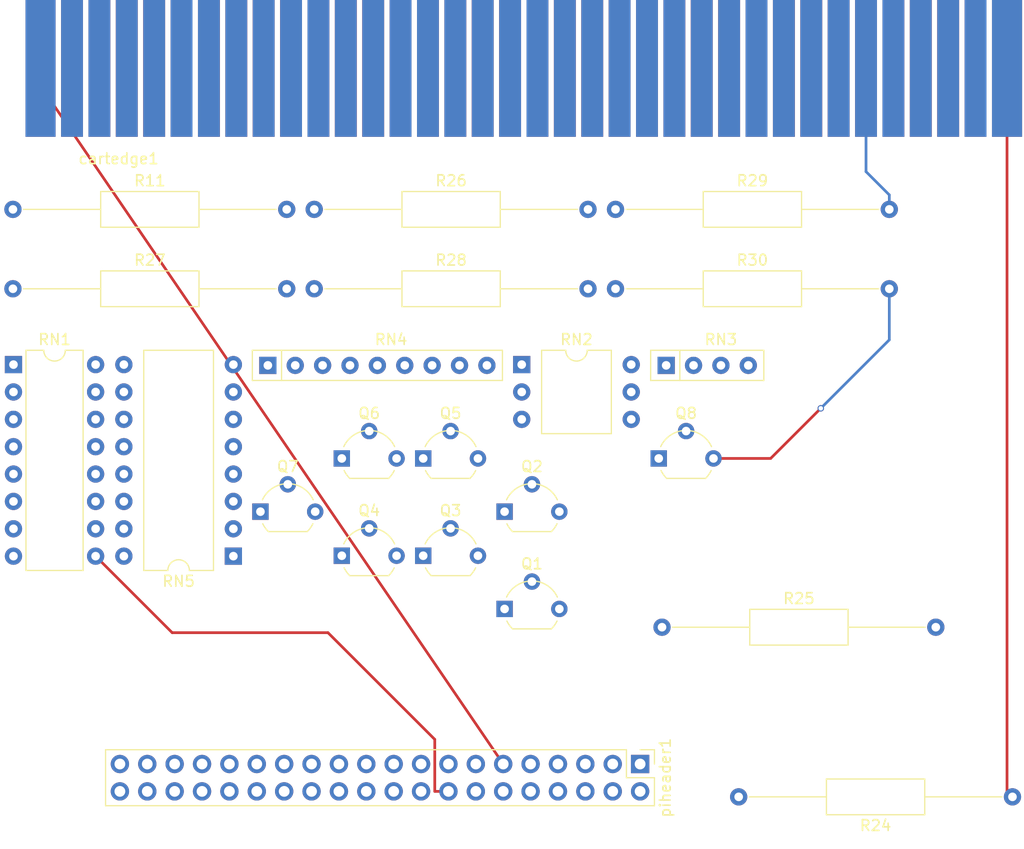
<source format=kicad_pcb>
(kicad_pcb (version 4) (host pcbnew 4.0.7)

  (general
    (links 86)
    (no_connects 82)
    (area 0 0 0 0)
    (thickness 1.6)
    (drawings 0)
    (tracks 17)
    (zones 0)
    (modules 23)
    (nets 49)
  )

  (page A4)
  (layers
    (0 F.Cu signal)
    (31 B.Cu signal)
    (32 B.Adhes user)
    (33 F.Adhes user)
    (34 B.Paste user)
    (35 F.Paste user)
    (36 B.SilkS user)
    (37 F.SilkS user)
    (38 B.Mask user)
    (39 F.Mask user)
    (40 Dwgs.User user)
    (41 Cmts.User user)
    (42 Eco1.User user)
    (43 Eco2.User user)
    (44 Edge.Cuts user)
    (45 Margin user)
    (46 B.CrtYd user)
    (47 F.CrtYd user)
    (48 B.Fab user)
    (49 F.Fab user)
  )

  (setup
    (last_trace_width 0.25)
    (trace_clearance 0.2)
    (zone_clearance 0.508)
    (zone_45_only no)
    (trace_min 0.2)
    (segment_width 0.2)
    (edge_width 0.1)
    (via_size 0.6)
    (via_drill 0.4)
    (via_min_size 0.4)
    (via_min_drill 0.3)
    (uvia_size 0.3)
    (uvia_drill 0.1)
    (uvias_allowed no)
    (uvia_min_size 0.2)
    (uvia_min_drill 0.1)
    (pcb_text_width 0.3)
    (pcb_text_size 1.5 1.5)
    (mod_edge_width 0.15)
    (mod_text_size 1 1)
    (mod_text_width 0.15)
    (pad_size 1.5 1.5)
    (pad_drill 0.6)
    (pad_to_mask_clearance 0)
    (aux_axis_origin 0 0)
    (visible_elements FFFFFD7F)
    (pcbplotparams
      (layerselection 0x00030_80000001)
      (usegerberextensions false)
      (excludeedgelayer true)
      (linewidth 0.100000)
      (plotframeref false)
      (viasonmask false)
      (mode 1)
      (useauxorigin false)
      (hpglpennumber 1)
      (hpglpenspeed 20)
      (hpglpendiameter 15)
      (hpglpenoverlay 2)
      (psnegative false)
      (psa4output false)
      (plotreference true)
      (plotvalue true)
      (plotinvisibletext false)
      (padsonsilk false)
      (subtractmaskfromsilk false)
      (outputformat 1)
      (mirror false)
      (drillshape 1)
      (scaleselection 1)
      (outputdirectory ""))
  )

  (net 0 "")
  (net 1 GND)
  (net 2 "Net-(RN5-Pad1)")
  (net 3 "Net-(RN5-Pad2)")
  (net 4 "Net-(RN5-Pad3)")
  (net 5 "Net-(RN5-Pad4)")
  (net 6 "Net-(RN5-Pad5)")
  (net 7 "Net-(RN5-Pad6)")
  (net 8 "Net-(RN5-Pad7)")
  (net 9 "Net-(RN5-Pad8)")
  (net 10 "Net-(Q1-Pad3)")
  (net 11 "Net-(Q2-Pad3)")
  (net 12 "Net-(Q3-Pad3)")
  (net 13 "Net-(Q4-Pad3)")
  (net 14 5V)
  (net 15 "Net-(RN2-Pad6)")
  (net 16 "Net-(RN2-Pad5)")
  (net 17 "Net-(RN2-Pad4)")
  (net 18 "Net-(Q8-Pad3)")
  (net 19 "Net-(Q7-Pad3)")
  (net 20 "Net-(Q6-Pad3)")
  (net 21 "Net-(Q5-Pad3)")
  (net 22 "Net-(RN4-Pad6)")
  (net 23 "Net-(RN4-Pad7)")
  (net 24 "Net-(RN4-Pad8)")
  (net 25 "Net-(RN1-Pad15)")
  (net 26 "Net-(RN1-Pad14)")
  (net 27 "Net-(RN4-Pad5)")
  (net 28 "Net-(RN1-Pad10)")
  (net 29 "Net-(RN1-Pad9)")
  (net 30 "Net-(RN4-Pad2)")
  (net 31 "Net-(RN4-Pad3)")
  (net 32 "Net-(RN2-Pad3)")
  (net 33 "Net-(RN2-Pad2)")
  (net 34 "Net-(RN4-Pad9)")
  (net 35 "Net-(RN2-Pad1)")
  (net 36 "Net-(RN1-Pad13)")
  (net 37 "Net-(RN1-Pad16)")
  (net 38 "Net-(RN4-Pad4)")
  (net 39 "Net-(RN1-Pad12)")
  (net 40 "Net-(RN1-Pad11)")
  (net 41 "Net-(Q1-Pad2)")
  (net 42 "Net-(Q2-Pad2)")
  (net 43 "Net-(Q3-Pad2)")
  (net 44 "Net-(Q4-Pad2)")
  (net 45 "Net-(Q5-Pad2)")
  (net 46 "Net-(Q6-Pad2)")
  (net 47 "Net-(Q7-Pad2)")
  (net 48 "Net-(Q8-Pad2)")

  (net_class Default "This is the default net class."
    (clearance 0.2)
    (trace_width 0.25)
    (via_dia 0.6)
    (via_drill 0.4)
    (uvia_dia 0.3)
    (uvia_drill 0.1)
    (add_net 5V)
    (add_net GND)
    (add_net "Net-(Q1-Pad2)")
    (add_net "Net-(Q1-Pad3)")
    (add_net "Net-(Q2-Pad2)")
    (add_net "Net-(Q2-Pad3)")
    (add_net "Net-(Q3-Pad2)")
    (add_net "Net-(Q3-Pad3)")
    (add_net "Net-(Q4-Pad2)")
    (add_net "Net-(Q4-Pad3)")
    (add_net "Net-(Q5-Pad2)")
    (add_net "Net-(Q5-Pad3)")
    (add_net "Net-(Q6-Pad2)")
    (add_net "Net-(Q6-Pad3)")
    (add_net "Net-(Q7-Pad2)")
    (add_net "Net-(Q7-Pad3)")
    (add_net "Net-(Q8-Pad2)")
    (add_net "Net-(Q8-Pad3)")
    (add_net "Net-(RN1-Pad10)")
    (add_net "Net-(RN1-Pad11)")
    (add_net "Net-(RN1-Pad12)")
    (add_net "Net-(RN1-Pad13)")
    (add_net "Net-(RN1-Pad14)")
    (add_net "Net-(RN1-Pad15)")
    (add_net "Net-(RN1-Pad16)")
    (add_net "Net-(RN1-Pad9)")
    (add_net "Net-(RN2-Pad1)")
    (add_net "Net-(RN2-Pad2)")
    (add_net "Net-(RN2-Pad3)")
    (add_net "Net-(RN2-Pad4)")
    (add_net "Net-(RN2-Pad5)")
    (add_net "Net-(RN2-Pad6)")
    (add_net "Net-(RN4-Pad2)")
    (add_net "Net-(RN4-Pad3)")
    (add_net "Net-(RN4-Pad4)")
    (add_net "Net-(RN4-Pad5)")
    (add_net "Net-(RN4-Pad6)")
    (add_net "Net-(RN4-Pad7)")
    (add_net "Net-(RN4-Pad8)")
    (add_net "Net-(RN4-Pad9)")
    (add_net "Net-(RN5-Pad1)")
    (add_net "Net-(RN5-Pad2)")
    (add_net "Net-(RN5-Pad3)")
    (add_net "Net-(RN5-Pad4)")
    (add_net "Net-(RN5-Pad5)")
    (add_net "Net-(RN5-Pad6)")
    (add_net "Net-(RN5-Pad7)")
    (add_net "Net-(RN5-Pad8)")
  )

  (module footprints:cartedge (layer F.Cu) (tedit 5AC16C93) (tstamp 5AC19077)
    (at 91.315715 73.606)
    (path /5ABC7FEB)
    (fp_text reference cartedge1 (at 8.89 2.032) (layer F.SilkS)
      (effects (font (size 1 1) (thickness 0.15)))
    )
    (fp_text value nescartheader (at 3.302 1.778) (layer F.Fab)
      (effects (font (size 1 1) (thickness 0.15)))
    )
    (pad 2 connect rect (at 4.572 -6.35) (size 2.032 12.7) (layers F.Cu F.Mask))
    (pad 3 connect rect (at 7.112 -6.35) (size 2.032 12.7) (layers F.Cu F.Mask))
    (pad 4 connect rect (at 9.652 -6.35) (size 2.032 12.7) (layers F.Cu F.Mask))
    (pad 5 connect rect (at 12.192 -6.35) (size 2.032 12.7) (layers F.Cu F.Mask))
    (pad 6 connect rect (at 14.732 -6.35) (size 2.032 12.7) (layers F.Cu F.Mask))
    (pad 7 connect rect (at 17.272 -6.35) (size 2.032 12.7) (layers F.Cu F.Mask))
    (pad 8 connect rect (at 19.812 -6.35) (size 2.032 12.7) (layers F.Cu F.Mask))
    (pad 9 connect rect (at 22.352 -6.35) (size 2.032 12.7) (layers F.Cu F.Mask))
    (pad 10 connect rect (at 24.892 -6.35) (size 2.032 12.7) (layers F.Cu F.Mask))
    (pad 11 connect rect (at 27.432 -6.35) (size 2.032 12.7) (layers F.Cu F.Mask))
    (pad 12 connect rect (at 29.972 -6.35) (size 2.032 12.7) (layers F.Cu F.Mask))
    (pad 13 connect rect (at 32.512 -6.35) (size 2.032 12.7) (layers F.Cu F.Mask))
    (pad 1 connect rect (at 1.651 -6.35) (size 2.794 12.7) (layers F.Cu F.Mask)
      (net 1 GND))
    (pad 14 connect rect (at 35.052 -6.35) (size 2.032 12.7) (layers F.Cu F.Mask))
    (pad 15 connect rect (at 37.592 -6.35) (size 2.032 12.7) (layers F.Cu F.Mask))
    (pad 16 connect rect (at 40.132 -6.35) (size 2.032 12.7) (layers F.Cu F.Mask))
    (pad 17 connect rect (at 42.672 -6.35) (size 2.032 12.7) (layers F.Cu F.Mask))
    (pad 18 connect rect (at 45.212 -6.35) (size 2.032 12.7) (layers F.Cu F.Mask))
    (pad 19 connect rect (at 47.752 -6.35) (size 2.032 12.7) (layers F.Cu F.Mask))
    (pad 20 connect rect (at 50.292 -6.35) (size 2.032 12.7) (layers F.Cu F.Mask))
    (pad 21 connect rect (at 52.832 -6.35) (size 2.032 12.7) (layers F.Cu F.Mask)
      (net 2 "Net-(RN5-Pad1)"))
    (pad 22 connect rect (at 55.372 -6.35) (size 2.032 12.7) (layers F.Cu F.Mask))
    (pad 23 connect rect (at 57.912 -6.35) (size 2.032 12.7) (layers F.Cu F.Mask)
      (net 3 "Net-(RN5-Pad2)"))
    (pad 24 connect rect (at 60.452 -6.35) (size 2.032 12.7) (layers F.Cu F.Mask)
      (net 4 "Net-(RN5-Pad3)"))
    (pad 25 connect rect (at 62.992 -6.35) (size 2.032 12.7) (layers F.Cu F.Mask)
      (net 5 "Net-(RN5-Pad4)"))
    (pad 26 connect rect (at 65.532 -6.35) (size 2.032 12.7) (layers F.Cu F.Mask)
      (net 6 "Net-(RN5-Pad5)"))
    (pad 27 connect rect (at 68.072 -6.35) (size 2.032 12.7) (layers F.Cu F.Mask)
      (net 7 "Net-(RN5-Pad6)"))
    (pad 28 connect rect (at 70.612 -6.35) (size 2.032 12.7) (layers F.Cu F.Mask)
      (net 8 "Net-(RN5-Pad7)"))
    (pad 29 connect rect (at 73.152 -6.35) (size 2.032 12.7) (layers F.Cu F.Mask)
      (net 9 "Net-(RN5-Pad8)"))
    (pad 30 connect rect (at 75.692 -6.35) (size 2.032 12.7) (layers F.Cu F.Mask)
      (net 10 "Net-(Q1-Pad3)"))
    (pad 31 connect rect (at 78.232 -6.35) (size 2.032 12.7) (layers F.Cu F.Mask)
      (net 11 "Net-(Q2-Pad3)"))
    (pad 32 connect rect (at 80.772 -6.35) (size 2.032 12.7) (layers F.Cu F.Mask)
      (net 12 "Net-(Q3-Pad3)"))
    (pad 33 connect rect (at 83.312 -6.35) (size 2.032 12.7) (layers F.Cu F.Mask)
      (net 13 "Net-(Q4-Pad3)"))
    (pad 34 connect rect (at 85.852 -6.35) (size 2.032 12.7) (layers F.Cu F.Mask))
    (pad 35 connect rect (at 88.392 -6.35) (size 2.032 12.7) (layers F.Cu F.Mask))
    (pad 36 connect rect (at 91.313 -6.35) (size 2.794 12.7) (layers F.Cu F.Mask)
      (net 14 5V))
    (pad 37 connect rect (at 1.651 -6.35) (size 2.794 12.7) (layers B.Cu F.Mask))
    (pad 38 connect rect (at 4.572 -6.35) (size 2.032 12.7) (layers B.Cu B.Mask))
    (pad 39 connect rect (at 7.112 -6.35) (size 2.032 12.7) (layers B.Cu B.Mask))
    (pad 40 connect rect (at 9.652 -6.35) (size 2.032 12.7) (layers B.Cu B.Mask))
    (pad 41 connect rect (at 12.192 -6.35) (size 2.032 12.7) (layers B.Cu B.Mask))
    (pad 42 connect rect (at 14.732 -6.35) (size 2.032 12.7) (layers B.Cu B.Mask))
    (pad 43 connect rect (at 17.272 -6.35) (size 2.032 12.7) (layers B.Cu B.Mask))
    (pad 44 connect rect (at 19.812 -6.35) (size 2.032 12.7) (layers B.Cu B.Mask))
    (pad 45 connect rect (at 22.352 -6.35) (size 2.032 12.7) (layers B.Cu B.Mask))
    (pad 46 connect rect (at 24.892 -6.35) (size 2.032 12.7) (layers B.Cu B.Mask))
    (pad 47 connect rect (at 27.432 -6.35) (size 2.032 12.7) (layers B.Cu B.Mask))
    (pad 48 connect rect (at 29.972 -6.35) (size 2.032 12.7) (layers B.Cu B.Mask))
    (pad 49 connect rect (at 32.512 -6.35) (size 2.032 12.7) (layers B.Cu B.Mask))
    (pad 50 connect rect (at 35.052 -6.35) (size 2.032 12.7) (layers B.Cu B.Mask))
    (pad 51 connect rect (at 37.592 -6.35) (size 2.032 12.7) (layers B.Cu B.Mask))
    (pad 52 connect rect (at 40.132 -6.35) (size 2.032 12.7) (layers B.Cu B.Mask))
    (pad 53 connect rect (at 42.672 -6.35) (size 2.032 12.7) (layers B.Cu B.Mask))
    (pad 54 connect rect (at 45.212 -6.35) (size 2.032 12.7) (layers B.Cu B.Mask))
    (pad 55 connect rect (at 47.752 -6.35) (size 2.032 12.7) (layers B.Cu B.Mask))
    (pad 56 connect rect (at 50.292 -6.35) (size 2.032 12.7) (layers B.Cu B.Mask))
    (pad 57 connect rect (at 52.832 -6.35) (size 2.032 12.7) (layers B.Cu B.Mask))
    (pad 58 connect rect (at 55.372 -6.35) (size 2.032 12.7) (layers B.Cu B.Mask))
    (pad 59 connect rect (at 57.912 -6.35) (size 2.032 12.7) (layers B.Cu B.Mask)
      (net 15 "Net-(RN2-Pad6)"))
    (pad 60 connect rect (at 60.452 -6.35) (size 2.032 12.7) (layers B.Cu B.Mask)
      (net 16 "Net-(RN2-Pad5)"))
    (pad 61 connect rect (at 62.992 -6.35) (size 2.032 12.7) (layers B.Cu B.Mask)
      (net 17 "Net-(RN2-Pad4)"))
    (pad 62 connect rect (at 65.532 -6.35) (size 2.032 12.7) (layers B.Cu B.Mask))
    (pad 63 connect rect (at 68.072 -6.35) (size 2.032 12.7) (layers B.Cu B.Mask))
    (pad 64 connect rect (at 70.612 -6.35) (size 2.032 12.7) (layers B.Cu B.Mask))
    (pad 65 connect rect (at 73.152 -6.35) (size 2.032 12.7) (layers B.Cu B.Mask))
    (pad 66 connect rect (at 75.692 -6.35) (size 2.032 12.7) (layers B.Cu B.Mask)
      (net 18 "Net-(Q8-Pad3)"))
    (pad 67 connect rect (at 78.232 -6.35) (size 2.032 12.7) (layers B.Cu B.Mask)
      (net 19 "Net-(Q7-Pad3)"))
    (pad 68 connect rect (at 80.772 -6.35) (size 2.032 12.7) (layers B.Cu B.Mask)
      (net 20 "Net-(Q6-Pad3)"))
    (pad 69 connect rect (at 83.312 -6.35) (size 2.032 12.7) (layers B.Cu B.Mask)
      (net 21 "Net-(Q5-Pad3)"))
    (pad 70 connect rect (at 85.852 -6.35) (size 2.032 12.7) (layers B.Cu B.Mask))
    (pad 71 connect rect (at 88.392 -6.35) (size 2.032 12.7) (layers B.Cu B.Mask))
    (pad 72 connect rect (at 91.313 -6.35) (size 2.794 12.7) (layers B.Cu B.Mask)
      (net 1 GND))
  )

  (module TO_SOT_Packages_THT:TO-92_Molded_Wide (layer F.Cu) (tedit 58CE52AF) (tstamp 5AC190C7)
    (at 136.017001 117.431)
    (descr "TO-92 leads molded, wide, drill 0.8mm (see NXP sot054_po.pdf)")
    (tags "to-92 sc-43 sc-43a sot54 PA33 transistor")
    (path /5ABC8BF6)
    (fp_text reference Q1 (at 2.54 -4.19 180) (layer F.SilkS)
      (effects (font (size 1 1) (thickness 0.15)))
    )
    (fp_text value 2N3904 (at 2.54 2.79) (layer F.Fab)
      (effects (font (size 1 1) (thickness 0.15)))
    )
    (fp_text user %R (at 2.54 -4.19 180) (layer F.Fab)
      (effects (font (size 1 1) (thickness 0.15)))
    )
    (fp_line (start 0.74 1.85) (end 4.34 1.85) (layer F.SilkS) (width 0.12))
    (fp_line (start 0.8 1.75) (end 4.3 1.75) (layer F.Fab) (width 0.1))
    (fp_line (start -1.01 -3.55) (end 6.09 -3.55) (layer F.CrtYd) (width 0.05))
    (fp_line (start -1.01 -3.55) (end -1.01 2.01) (layer F.CrtYd) (width 0.05))
    (fp_line (start 6.09 2.01) (end 6.09 -3.55) (layer F.CrtYd) (width 0.05))
    (fp_line (start 6.09 2.01) (end -1.01 2.01) (layer F.CrtYd) (width 0.05))
    (fp_arc (start 2.54 0) (end 0.74 1.85) (angle 20) (layer F.SilkS) (width 0.12))
    (fp_arc (start 2.54 0) (end 2.54 -2.6) (angle -65) (layer F.SilkS) (width 0.12))
    (fp_arc (start 2.54 0) (end 2.54 -2.6) (angle 65) (layer F.SilkS) (width 0.12))
    (fp_arc (start 2.54 0) (end 2.54 -2.48) (angle 135) (layer F.Fab) (width 0.1))
    (fp_arc (start 2.54 0) (end 2.54 -2.48) (angle -135) (layer F.Fab) (width 0.1))
    (fp_arc (start 2.54 0) (end 4.34 1.85) (angle -20) (layer F.SilkS) (width 0.12))
    (pad 2 thru_hole circle (at 2.54 -2.54 90) (size 1.52 1.52) (drill 0.8) (layers *.Cu *.Mask)
      (net 41 "Net-(Q1-Pad2)"))
    (pad 3 thru_hole circle (at 5.08 0 90) (size 1.52 1.52) (drill 0.8) (layers *.Cu *.Mask)
      (net 10 "Net-(Q1-Pad3)"))
    (pad 1 thru_hole rect (at 0 0 90) (size 1.52 1.52) (drill 0.8) (layers *.Cu *.Mask)
      (net 1 GND))
    (model ${KISYS3DMOD}/TO_SOT_Packages_THT.3dshapes/TO-92_Molded_Wide.wrl
      (at (xyz 0.1 0 0))
      (scale (xyz 1 1 1))
      (rotate (xyz 0 0 -90))
    )
  )

  (module TO_SOT_Packages_THT:TO-92_Molded_Wide (layer F.Cu) (tedit 58CE52AF) (tstamp 5AC190DB)
    (at 136.017001 108.401)
    (descr "TO-92 leads molded, wide, drill 0.8mm (see NXP sot054_po.pdf)")
    (tags "to-92 sc-43 sc-43a sot54 PA33 transistor")
    (path /5ABC9A2C)
    (fp_text reference Q2 (at 2.54 -4.19 180) (layer F.SilkS)
      (effects (font (size 1 1) (thickness 0.15)))
    )
    (fp_text value 2N3904 (at 2.54 2.79) (layer F.Fab)
      (effects (font (size 1 1) (thickness 0.15)))
    )
    (fp_text user %R (at 2.54 -4.19 180) (layer F.Fab)
      (effects (font (size 1 1) (thickness 0.15)))
    )
    (fp_line (start 0.74 1.85) (end 4.34 1.85) (layer F.SilkS) (width 0.12))
    (fp_line (start 0.8 1.75) (end 4.3 1.75) (layer F.Fab) (width 0.1))
    (fp_line (start -1.01 -3.55) (end 6.09 -3.55) (layer F.CrtYd) (width 0.05))
    (fp_line (start -1.01 -3.55) (end -1.01 2.01) (layer F.CrtYd) (width 0.05))
    (fp_line (start 6.09 2.01) (end 6.09 -3.55) (layer F.CrtYd) (width 0.05))
    (fp_line (start 6.09 2.01) (end -1.01 2.01) (layer F.CrtYd) (width 0.05))
    (fp_arc (start 2.54 0) (end 0.74 1.85) (angle 20) (layer F.SilkS) (width 0.12))
    (fp_arc (start 2.54 0) (end 2.54 -2.6) (angle -65) (layer F.SilkS) (width 0.12))
    (fp_arc (start 2.54 0) (end 2.54 -2.6) (angle 65) (layer F.SilkS) (width 0.12))
    (fp_arc (start 2.54 0) (end 2.54 -2.48) (angle 135) (layer F.Fab) (width 0.1))
    (fp_arc (start 2.54 0) (end 2.54 -2.48) (angle -135) (layer F.Fab) (width 0.1))
    (fp_arc (start 2.54 0) (end 4.34 1.85) (angle -20) (layer F.SilkS) (width 0.12))
    (pad 2 thru_hole circle (at 2.54 -2.54 90) (size 1.52 1.52) (drill 0.8) (layers *.Cu *.Mask)
      (net 42 "Net-(Q2-Pad2)"))
    (pad 3 thru_hole circle (at 5.08 0 90) (size 1.52 1.52) (drill 0.8) (layers *.Cu *.Mask)
      (net 11 "Net-(Q2-Pad3)"))
    (pad 1 thru_hole rect (at 0 0 90) (size 1.52 1.52) (drill 0.8) (layers *.Cu *.Mask)
      (net 1 GND))
    (model ${KISYS3DMOD}/TO_SOT_Packages_THT.3dshapes/TO-92_Molded_Wide.wrl
      (at (xyz 0.1 0 0))
      (scale (xyz 1 1 1))
      (rotate (xyz 0 0 -90))
    )
  )

  (module TO_SOT_Packages_THT:TO-92_Molded_Wide (layer F.Cu) (tedit 58CE52AF) (tstamp 5AC190EF)
    (at 128.467001 112.491)
    (descr "TO-92 leads molded, wide, drill 0.8mm (see NXP sot054_po.pdf)")
    (tags "to-92 sc-43 sc-43a sot54 PA33 transistor")
    (path /5ABC9C7E)
    (fp_text reference Q3 (at 2.54 -4.19 180) (layer F.SilkS)
      (effects (font (size 1 1) (thickness 0.15)))
    )
    (fp_text value 2N3904 (at 2.54 2.79) (layer F.Fab)
      (effects (font (size 1 1) (thickness 0.15)))
    )
    (fp_text user %R (at 2.54 -4.19 180) (layer F.Fab)
      (effects (font (size 1 1) (thickness 0.15)))
    )
    (fp_line (start 0.74 1.85) (end 4.34 1.85) (layer F.SilkS) (width 0.12))
    (fp_line (start 0.8 1.75) (end 4.3 1.75) (layer F.Fab) (width 0.1))
    (fp_line (start -1.01 -3.55) (end 6.09 -3.55) (layer F.CrtYd) (width 0.05))
    (fp_line (start -1.01 -3.55) (end -1.01 2.01) (layer F.CrtYd) (width 0.05))
    (fp_line (start 6.09 2.01) (end 6.09 -3.55) (layer F.CrtYd) (width 0.05))
    (fp_line (start 6.09 2.01) (end -1.01 2.01) (layer F.CrtYd) (width 0.05))
    (fp_arc (start 2.54 0) (end 0.74 1.85) (angle 20) (layer F.SilkS) (width 0.12))
    (fp_arc (start 2.54 0) (end 2.54 -2.6) (angle -65) (layer F.SilkS) (width 0.12))
    (fp_arc (start 2.54 0) (end 2.54 -2.6) (angle 65) (layer F.SilkS) (width 0.12))
    (fp_arc (start 2.54 0) (end 2.54 -2.48) (angle 135) (layer F.Fab) (width 0.1))
    (fp_arc (start 2.54 0) (end 2.54 -2.48) (angle -135) (layer F.Fab) (width 0.1))
    (fp_arc (start 2.54 0) (end 4.34 1.85) (angle -20) (layer F.SilkS) (width 0.12))
    (pad 2 thru_hole circle (at 2.54 -2.54 90) (size 1.52 1.52) (drill 0.8) (layers *.Cu *.Mask)
      (net 43 "Net-(Q3-Pad2)"))
    (pad 3 thru_hole circle (at 5.08 0 90) (size 1.52 1.52) (drill 0.8) (layers *.Cu *.Mask)
      (net 12 "Net-(Q3-Pad3)"))
    (pad 1 thru_hole rect (at 0 0 90) (size 1.52 1.52) (drill 0.8) (layers *.Cu *.Mask)
      (net 1 GND))
    (model ${KISYS3DMOD}/TO_SOT_Packages_THT.3dshapes/TO-92_Molded_Wide.wrl
      (at (xyz 0.1 0 0))
      (scale (xyz 1 1 1))
      (rotate (xyz 0 0 -90))
    )
  )

  (module TO_SOT_Packages_THT:TO-92_Molded_Wide (layer F.Cu) (tedit 58CE52AF) (tstamp 5AC19103)
    (at 120.917001 112.491)
    (descr "TO-92 leads molded, wide, drill 0.8mm (see NXP sot054_po.pdf)")
    (tags "to-92 sc-43 sc-43a sot54 PA33 transistor")
    (path /5ABC9D31)
    (fp_text reference Q4 (at 2.54 -4.19 180) (layer F.SilkS)
      (effects (font (size 1 1) (thickness 0.15)))
    )
    (fp_text value 2N3904 (at 2.54 2.79) (layer F.Fab)
      (effects (font (size 1 1) (thickness 0.15)))
    )
    (fp_text user %R (at 2.54 -4.19 180) (layer F.Fab)
      (effects (font (size 1 1) (thickness 0.15)))
    )
    (fp_line (start 0.74 1.85) (end 4.34 1.85) (layer F.SilkS) (width 0.12))
    (fp_line (start 0.8 1.75) (end 4.3 1.75) (layer F.Fab) (width 0.1))
    (fp_line (start -1.01 -3.55) (end 6.09 -3.55) (layer F.CrtYd) (width 0.05))
    (fp_line (start -1.01 -3.55) (end -1.01 2.01) (layer F.CrtYd) (width 0.05))
    (fp_line (start 6.09 2.01) (end 6.09 -3.55) (layer F.CrtYd) (width 0.05))
    (fp_line (start 6.09 2.01) (end -1.01 2.01) (layer F.CrtYd) (width 0.05))
    (fp_arc (start 2.54 0) (end 0.74 1.85) (angle 20) (layer F.SilkS) (width 0.12))
    (fp_arc (start 2.54 0) (end 2.54 -2.6) (angle -65) (layer F.SilkS) (width 0.12))
    (fp_arc (start 2.54 0) (end 2.54 -2.6) (angle 65) (layer F.SilkS) (width 0.12))
    (fp_arc (start 2.54 0) (end 2.54 -2.48) (angle 135) (layer F.Fab) (width 0.1))
    (fp_arc (start 2.54 0) (end 2.54 -2.48) (angle -135) (layer F.Fab) (width 0.1))
    (fp_arc (start 2.54 0) (end 4.34 1.85) (angle -20) (layer F.SilkS) (width 0.12))
    (pad 2 thru_hole circle (at 2.54 -2.54 90) (size 1.52 1.52) (drill 0.8) (layers *.Cu *.Mask)
      (net 44 "Net-(Q4-Pad2)"))
    (pad 3 thru_hole circle (at 5.08 0 90) (size 1.52 1.52) (drill 0.8) (layers *.Cu *.Mask)
      (net 13 "Net-(Q4-Pad3)"))
    (pad 1 thru_hole rect (at 0 0 90) (size 1.52 1.52) (drill 0.8) (layers *.Cu *.Mask)
      (net 1 GND))
    (model ${KISYS3DMOD}/TO_SOT_Packages_THT.3dshapes/TO-92_Molded_Wide.wrl
      (at (xyz 0.1 0 0))
      (scale (xyz 1 1 1))
      (rotate (xyz 0 0 -90))
    )
  )

  (module TO_SOT_Packages_THT:TO-92_Molded_Wide (layer F.Cu) (tedit 58CE52AF) (tstamp 5AC19117)
    (at 128.467001 103.461)
    (descr "TO-92 leads molded, wide, drill 0.8mm (see NXP sot054_po.pdf)")
    (tags "to-92 sc-43 sc-43a sot54 PA33 transistor")
    (path /5ABC9E1B)
    (fp_text reference Q5 (at 2.54 -4.19 180) (layer F.SilkS)
      (effects (font (size 1 1) (thickness 0.15)))
    )
    (fp_text value 2N3904 (at 2.54 2.79) (layer F.Fab)
      (effects (font (size 1 1) (thickness 0.15)))
    )
    (fp_text user %R (at 2.54 -4.19 180) (layer F.Fab)
      (effects (font (size 1 1) (thickness 0.15)))
    )
    (fp_line (start 0.74 1.85) (end 4.34 1.85) (layer F.SilkS) (width 0.12))
    (fp_line (start 0.8 1.75) (end 4.3 1.75) (layer F.Fab) (width 0.1))
    (fp_line (start -1.01 -3.55) (end 6.09 -3.55) (layer F.CrtYd) (width 0.05))
    (fp_line (start -1.01 -3.55) (end -1.01 2.01) (layer F.CrtYd) (width 0.05))
    (fp_line (start 6.09 2.01) (end 6.09 -3.55) (layer F.CrtYd) (width 0.05))
    (fp_line (start 6.09 2.01) (end -1.01 2.01) (layer F.CrtYd) (width 0.05))
    (fp_arc (start 2.54 0) (end 0.74 1.85) (angle 20) (layer F.SilkS) (width 0.12))
    (fp_arc (start 2.54 0) (end 2.54 -2.6) (angle -65) (layer F.SilkS) (width 0.12))
    (fp_arc (start 2.54 0) (end 2.54 -2.6) (angle 65) (layer F.SilkS) (width 0.12))
    (fp_arc (start 2.54 0) (end 2.54 -2.48) (angle 135) (layer F.Fab) (width 0.1))
    (fp_arc (start 2.54 0) (end 2.54 -2.48) (angle -135) (layer F.Fab) (width 0.1))
    (fp_arc (start 2.54 0) (end 4.34 1.85) (angle -20) (layer F.SilkS) (width 0.12))
    (pad 2 thru_hole circle (at 2.54 -2.54 90) (size 1.52 1.52) (drill 0.8) (layers *.Cu *.Mask)
      (net 45 "Net-(Q5-Pad2)"))
    (pad 3 thru_hole circle (at 5.08 0 90) (size 1.52 1.52) (drill 0.8) (layers *.Cu *.Mask)
      (net 21 "Net-(Q5-Pad3)"))
    (pad 1 thru_hole rect (at 0 0 90) (size 1.52 1.52) (drill 0.8) (layers *.Cu *.Mask)
      (net 1 GND))
    (model ${KISYS3DMOD}/TO_SOT_Packages_THT.3dshapes/TO-92_Molded_Wide.wrl
      (at (xyz 0.1 0 0))
      (scale (xyz 1 1 1))
      (rotate (xyz 0 0 -90))
    )
  )

  (module TO_SOT_Packages_THT:TO-92_Molded_Wide (layer F.Cu) (tedit 58CE52AF) (tstamp 5AC1912B)
    (at 120.917001 103.461)
    (descr "TO-92 leads molded, wide, drill 0.8mm (see NXP sot054_po.pdf)")
    (tags "to-92 sc-43 sc-43a sot54 PA33 transistor")
    (path /5ABC9F4A)
    (fp_text reference Q6 (at 2.54 -4.19 180) (layer F.SilkS)
      (effects (font (size 1 1) (thickness 0.15)))
    )
    (fp_text value 2N3904 (at 2.54 2.79) (layer F.Fab)
      (effects (font (size 1 1) (thickness 0.15)))
    )
    (fp_text user %R (at 2.54 -4.19 180) (layer F.Fab)
      (effects (font (size 1 1) (thickness 0.15)))
    )
    (fp_line (start 0.74 1.85) (end 4.34 1.85) (layer F.SilkS) (width 0.12))
    (fp_line (start 0.8 1.75) (end 4.3 1.75) (layer F.Fab) (width 0.1))
    (fp_line (start -1.01 -3.55) (end 6.09 -3.55) (layer F.CrtYd) (width 0.05))
    (fp_line (start -1.01 -3.55) (end -1.01 2.01) (layer F.CrtYd) (width 0.05))
    (fp_line (start 6.09 2.01) (end 6.09 -3.55) (layer F.CrtYd) (width 0.05))
    (fp_line (start 6.09 2.01) (end -1.01 2.01) (layer F.CrtYd) (width 0.05))
    (fp_arc (start 2.54 0) (end 0.74 1.85) (angle 20) (layer F.SilkS) (width 0.12))
    (fp_arc (start 2.54 0) (end 2.54 -2.6) (angle -65) (layer F.SilkS) (width 0.12))
    (fp_arc (start 2.54 0) (end 2.54 -2.6) (angle 65) (layer F.SilkS) (width 0.12))
    (fp_arc (start 2.54 0) (end 2.54 -2.48) (angle 135) (layer F.Fab) (width 0.1))
    (fp_arc (start 2.54 0) (end 2.54 -2.48) (angle -135) (layer F.Fab) (width 0.1))
    (fp_arc (start 2.54 0) (end 4.34 1.85) (angle -20) (layer F.SilkS) (width 0.12))
    (pad 2 thru_hole circle (at 2.54 -2.54 90) (size 1.52 1.52) (drill 0.8) (layers *.Cu *.Mask)
      (net 46 "Net-(Q6-Pad2)"))
    (pad 3 thru_hole circle (at 5.08 0 90) (size 1.52 1.52) (drill 0.8) (layers *.Cu *.Mask)
      (net 20 "Net-(Q6-Pad3)"))
    (pad 1 thru_hole rect (at 0 0 90) (size 1.52 1.52) (drill 0.8) (layers *.Cu *.Mask)
      (net 1 GND))
    (model ${KISYS3DMOD}/TO_SOT_Packages_THT.3dshapes/TO-92_Molded_Wide.wrl
      (at (xyz 0.1 0 0))
      (scale (xyz 1 1 1))
      (rotate (xyz 0 0 -90))
    )
  )

  (module TO_SOT_Packages_THT:TO-92_Molded_Wide (layer F.Cu) (tedit 58CE52AF) (tstamp 5AC1913F)
    (at 113.367001 108.401)
    (descr "TO-92 leads molded, wide, drill 0.8mm (see NXP sot054_po.pdf)")
    (tags "to-92 sc-43 sc-43a sot54 PA33 transistor")
    (path /5ABC9FE1)
    (fp_text reference Q7 (at 2.54 -4.19 180) (layer F.SilkS)
      (effects (font (size 1 1) (thickness 0.15)))
    )
    (fp_text value 2N3904 (at 2.54 2.79) (layer F.Fab)
      (effects (font (size 1 1) (thickness 0.15)))
    )
    (fp_text user %R (at 2.54 -4.19 180) (layer F.Fab)
      (effects (font (size 1 1) (thickness 0.15)))
    )
    (fp_line (start 0.74 1.85) (end 4.34 1.85) (layer F.SilkS) (width 0.12))
    (fp_line (start 0.8 1.75) (end 4.3 1.75) (layer F.Fab) (width 0.1))
    (fp_line (start -1.01 -3.55) (end 6.09 -3.55) (layer F.CrtYd) (width 0.05))
    (fp_line (start -1.01 -3.55) (end -1.01 2.01) (layer F.CrtYd) (width 0.05))
    (fp_line (start 6.09 2.01) (end 6.09 -3.55) (layer F.CrtYd) (width 0.05))
    (fp_line (start 6.09 2.01) (end -1.01 2.01) (layer F.CrtYd) (width 0.05))
    (fp_arc (start 2.54 0) (end 0.74 1.85) (angle 20) (layer F.SilkS) (width 0.12))
    (fp_arc (start 2.54 0) (end 2.54 -2.6) (angle -65) (layer F.SilkS) (width 0.12))
    (fp_arc (start 2.54 0) (end 2.54 -2.6) (angle 65) (layer F.SilkS) (width 0.12))
    (fp_arc (start 2.54 0) (end 2.54 -2.48) (angle 135) (layer F.Fab) (width 0.1))
    (fp_arc (start 2.54 0) (end 2.54 -2.48) (angle -135) (layer F.Fab) (width 0.1))
    (fp_arc (start 2.54 0) (end 4.34 1.85) (angle -20) (layer F.SilkS) (width 0.12))
    (pad 2 thru_hole circle (at 2.54 -2.54 90) (size 1.52 1.52) (drill 0.8) (layers *.Cu *.Mask)
      (net 47 "Net-(Q7-Pad2)"))
    (pad 3 thru_hole circle (at 5.08 0 90) (size 1.52 1.52) (drill 0.8) (layers *.Cu *.Mask)
      (net 19 "Net-(Q7-Pad3)"))
    (pad 1 thru_hole rect (at 0 0 90) (size 1.52 1.52) (drill 0.8) (layers *.Cu *.Mask)
      (net 1 GND))
    (model ${KISYS3DMOD}/TO_SOT_Packages_THT.3dshapes/TO-92_Molded_Wide.wrl
      (at (xyz 0.1 0 0))
      (scale (xyz 1 1 1))
      (rotate (xyz 0 0 -90))
    )
  )

  (module TO_SOT_Packages_THT:TO-92_Molded_Wide (layer F.Cu) (tedit 58CE52AF) (tstamp 5AC19153)
    (at 150.317001 103.461)
    (descr "TO-92 leads molded, wide, drill 0.8mm (see NXP sot054_po.pdf)")
    (tags "to-92 sc-43 sc-43a sot54 PA33 transistor")
    (path /5ABCA089)
    (fp_text reference Q8 (at 2.54 -4.19 180) (layer F.SilkS)
      (effects (font (size 1 1) (thickness 0.15)))
    )
    (fp_text value 2N3904 (at 2.54 2.79) (layer F.Fab)
      (effects (font (size 1 1) (thickness 0.15)))
    )
    (fp_text user %R (at 2.54 -4.19 180) (layer F.Fab)
      (effects (font (size 1 1) (thickness 0.15)))
    )
    (fp_line (start 0.74 1.85) (end 4.34 1.85) (layer F.SilkS) (width 0.12))
    (fp_line (start 0.8 1.75) (end 4.3 1.75) (layer F.Fab) (width 0.1))
    (fp_line (start -1.01 -3.55) (end 6.09 -3.55) (layer F.CrtYd) (width 0.05))
    (fp_line (start -1.01 -3.55) (end -1.01 2.01) (layer F.CrtYd) (width 0.05))
    (fp_line (start 6.09 2.01) (end 6.09 -3.55) (layer F.CrtYd) (width 0.05))
    (fp_line (start 6.09 2.01) (end -1.01 2.01) (layer F.CrtYd) (width 0.05))
    (fp_arc (start 2.54 0) (end 0.74 1.85) (angle 20) (layer F.SilkS) (width 0.12))
    (fp_arc (start 2.54 0) (end 2.54 -2.6) (angle -65) (layer F.SilkS) (width 0.12))
    (fp_arc (start 2.54 0) (end 2.54 -2.6) (angle 65) (layer F.SilkS) (width 0.12))
    (fp_arc (start 2.54 0) (end 2.54 -2.48) (angle 135) (layer F.Fab) (width 0.1))
    (fp_arc (start 2.54 0) (end 2.54 -2.48) (angle -135) (layer F.Fab) (width 0.1))
    (fp_arc (start 2.54 0) (end 4.34 1.85) (angle -20) (layer F.SilkS) (width 0.12))
    (pad 2 thru_hole circle (at 2.54 -2.54 90) (size 1.52 1.52) (drill 0.8) (layers *.Cu *.Mask)
      (net 48 "Net-(Q8-Pad2)"))
    (pad 3 thru_hole circle (at 5.08 0 90) (size 1.52 1.52) (drill 0.8) (layers *.Cu *.Mask)
      (net 18 "Net-(Q8-Pad3)"))
    (pad 1 thru_hole rect (at 0 0 90) (size 1.52 1.52) (drill 0.8) (layers *.Cu *.Mask)
      (net 1 GND))
    (model ${KISYS3DMOD}/TO_SOT_Packages_THT.3dshapes/TO-92_Molded_Wide.wrl
      (at (xyz 0.1 0 0))
      (scale (xyz 1 1 1))
      (rotate (xyz 0 0 -90))
    )
  )

  (module Resistors_THT:R_Axial_DIN0309_L9.0mm_D3.2mm_P25.40mm_Horizontal (layer F.Cu) (tedit 5874F706) (tstamp 5AC19169)
    (at 90.407001 80.341)
    (descr "Resistor, Axial_DIN0309 series, Axial, Horizontal, pin pitch=25.4mm, 0.5W = 1/2W, length*diameter=9*3.2mm^2, http://cdn-reichelt.de/documents/datenblatt/B400/1_4W%23YAG.pdf")
    (tags "Resistor Axial_DIN0309 series Axial Horizontal pin pitch 25.4mm 0.5W = 1/2W length 9mm diameter 3.2mm")
    (path /5ABC8817)
    (fp_text reference R11 (at 12.7 -2.66) (layer F.SilkS)
      (effects (font (size 1 1) (thickness 0.15)))
    )
    (fp_text value 4.7k (at 12.7 2.66) (layer F.Fab)
      (effects (font (size 1 1) (thickness 0.15)))
    )
    (fp_line (start 8.2 -1.6) (end 8.2 1.6) (layer F.Fab) (width 0.1))
    (fp_line (start 8.2 1.6) (end 17.2 1.6) (layer F.Fab) (width 0.1))
    (fp_line (start 17.2 1.6) (end 17.2 -1.6) (layer F.Fab) (width 0.1))
    (fp_line (start 17.2 -1.6) (end 8.2 -1.6) (layer F.Fab) (width 0.1))
    (fp_line (start 0 0) (end 8.2 0) (layer F.Fab) (width 0.1))
    (fp_line (start 25.4 0) (end 17.2 0) (layer F.Fab) (width 0.1))
    (fp_line (start 8.14 -1.66) (end 8.14 1.66) (layer F.SilkS) (width 0.12))
    (fp_line (start 8.14 1.66) (end 17.26 1.66) (layer F.SilkS) (width 0.12))
    (fp_line (start 17.26 1.66) (end 17.26 -1.66) (layer F.SilkS) (width 0.12))
    (fp_line (start 17.26 -1.66) (end 8.14 -1.66) (layer F.SilkS) (width 0.12))
    (fp_line (start 0.98 0) (end 8.14 0) (layer F.SilkS) (width 0.12))
    (fp_line (start 24.42 0) (end 17.26 0) (layer F.SilkS) (width 0.12))
    (fp_line (start -1.05 -1.95) (end -1.05 1.95) (layer F.CrtYd) (width 0.05))
    (fp_line (start -1.05 1.95) (end 26.45 1.95) (layer F.CrtYd) (width 0.05))
    (fp_line (start 26.45 1.95) (end 26.45 -1.95) (layer F.CrtYd) (width 0.05))
    (fp_line (start 26.45 -1.95) (end -1.05 -1.95) (layer F.CrtYd) (width 0.05))
    (pad 1 thru_hole circle (at 0 0) (size 1.6 1.6) (drill 0.8) (layers *.Cu *.Mask)
      (net 14 5V))
    (pad 2 thru_hole oval (at 25.4 0) (size 1.6 1.6) (drill 0.8) (layers *.Cu *.Mask)
      (net 10 "Net-(Q1-Pad3)"))
    (model ${KISYS3DMOD}/Resistors_THT.3dshapes/R_Axial_DIN0309_L9.0mm_D3.2mm_P25.40mm_Horizontal.wrl
      (at (xyz 0 0 0))
      (scale (xyz 0.393701 0.393701 0.393701))
      (rotate (xyz 0 0 0))
    )
  )

  (module Resistors_THT:R_Axial_DIN0309_L9.0mm_D3.2mm_P25.40mm_Horizontal (layer F.Cu) (tedit 5874F706) (tstamp 5AC1917F)
    (at 183.134 134.874 180)
    (descr "Resistor, Axial_DIN0309 series, Axial, Horizontal, pin pitch=25.4mm, 0.5W = 1/2W, length*diameter=9*3.2mm^2, http://cdn-reichelt.de/documents/datenblatt/B400/1_4W%23YAG.pdf")
    (tags "Resistor Axial_DIN0309 series Axial Horizontal pin pitch 25.4mm 0.5W = 1/2W length 9mm diameter 3.2mm")
    (path /5ABC88DC)
    (fp_text reference R24 (at 12.7 -2.66 180) (layer F.SilkS)
      (effects (font (size 1 1) (thickness 0.15)))
    )
    (fp_text value 4.7k (at 12.7 2.66 180) (layer F.Fab)
      (effects (font (size 1 1) (thickness 0.15)))
    )
    (fp_line (start 8.2 -1.6) (end 8.2 1.6) (layer F.Fab) (width 0.1))
    (fp_line (start 8.2 1.6) (end 17.2 1.6) (layer F.Fab) (width 0.1))
    (fp_line (start 17.2 1.6) (end 17.2 -1.6) (layer F.Fab) (width 0.1))
    (fp_line (start 17.2 -1.6) (end 8.2 -1.6) (layer F.Fab) (width 0.1))
    (fp_line (start 0 0) (end 8.2 0) (layer F.Fab) (width 0.1))
    (fp_line (start 25.4 0) (end 17.2 0) (layer F.Fab) (width 0.1))
    (fp_line (start 8.14 -1.66) (end 8.14 1.66) (layer F.SilkS) (width 0.12))
    (fp_line (start 8.14 1.66) (end 17.26 1.66) (layer F.SilkS) (width 0.12))
    (fp_line (start 17.26 1.66) (end 17.26 -1.66) (layer F.SilkS) (width 0.12))
    (fp_line (start 17.26 -1.66) (end 8.14 -1.66) (layer F.SilkS) (width 0.12))
    (fp_line (start 0.98 0) (end 8.14 0) (layer F.SilkS) (width 0.12))
    (fp_line (start 24.42 0) (end 17.26 0) (layer F.SilkS) (width 0.12))
    (fp_line (start -1.05 -1.95) (end -1.05 1.95) (layer F.CrtYd) (width 0.05))
    (fp_line (start -1.05 1.95) (end 26.45 1.95) (layer F.CrtYd) (width 0.05))
    (fp_line (start 26.45 1.95) (end 26.45 -1.95) (layer F.CrtYd) (width 0.05))
    (fp_line (start 26.45 -1.95) (end -1.05 -1.95) (layer F.CrtYd) (width 0.05))
    (pad 1 thru_hole circle (at 0 0 180) (size 1.6 1.6) (drill 0.8) (layers *.Cu *.Mask)
      (net 14 5V))
    (pad 2 thru_hole oval (at 25.4 0 180) (size 1.6 1.6) (drill 0.8) (layers *.Cu *.Mask)
      (net 11 "Net-(Q2-Pad3)"))
    (model ${KISYS3DMOD}/Resistors_THT.3dshapes/R_Axial_DIN0309_L9.0mm_D3.2mm_P25.40mm_Horizontal.wrl
      (at (xyz 0 0 0))
      (scale (xyz 0.393701 0.393701 0.393701))
      (rotate (xyz 0 0 0))
    )
  )

  (module Resistors_THT:R_Axial_DIN0309_L9.0mm_D3.2mm_P25.40mm_Horizontal (layer F.Cu) (tedit 5874F706) (tstamp 5AC19195)
    (at 150.622 119.126)
    (descr "Resistor, Axial_DIN0309 series, Axial, Horizontal, pin pitch=25.4mm, 0.5W = 1/2W, length*diameter=9*3.2mm^2, http://cdn-reichelt.de/documents/datenblatt/B400/1_4W%23YAG.pdf")
    (tags "Resistor Axial_DIN0309 series Axial Horizontal pin pitch 25.4mm 0.5W = 1/2W length 9mm diameter 3.2mm")
    (path /5ABC8915)
    (fp_text reference R25 (at 12.7 -2.66) (layer F.SilkS)
      (effects (font (size 1 1) (thickness 0.15)))
    )
    (fp_text value 4.7k (at 12.7 2.66) (layer F.Fab)
      (effects (font (size 1 1) (thickness 0.15)))
    )
    (fp_line (start 8.2 -1.6) (end 8.2 1.6) (layer F.Fab) (width 0.1))
    (fp_line (start 8.2 1.6) (end 17.2 1.6) (layer F.Fab) (width 0.1))
    (fp_line (start 17.2 1.6) (end 17.2 -1.6) (layer F.Fab) (width 0.1))
    (fp_line (start 17.2 -1.6) (end 8.2 -1.6) (layer F.Fab) (width 0.1))
    (fp_line (start 0 0) (end 8.2 0) (layer F.Fab) (width 0.1))
    (fp_line (start 25.4 0) (end 17.2 0) (layer F.Fab) (width 0.1))
    (fp_line (start 8.14 -1.66) (end 8.14 1.66) (layer F.SilkS) (width 0.12))
    (fp_line (start 8.14 1.66) (end 17.26 1.66) (layer F.SilkS) (width 0.12))
    (fp_line (start 17.26 1.66) (end 17.26 -1.66) (layer F.SilkS) (width 0.12))
    (fp_line (start 17.26 -1.66) (end 8.14 -1.66) (layer F.SilkS) (width 0.12))
    (fp_line (start 0.98 0) (end 8.14 0) (layer F.SilkS) (width 0.12))
    (fp_line (start 24.42 0) (end 17.26 0) (layer F.SilkS) (width 0.12))
    (fp_line (start -1.05 -1.95) (end -1.05 1.95) (layer F.CrtYd) (width 0.05))
    (fp_line (start -1.05 1.95) (end 26.45 1.95) (layer F.CrtYd) (width 0.05))
    (fp_line (start 26.45 1.95) (end 26.45 -1.95) (layer F.CrtYd) (width 0.05))
    (fp_line (start 26.45 -1.95) (end -1.05 -1.95) (layer F.CrtYd) (width 0.05))
    (pad 1 thru_hole circle (at 0 0) (size 1.6 1.6) (drill 0.8) (layers *.Cu *.Mask)
      (net 14 5V))
    (pad 2 thru_hole oval (at 25.4 0) (size 1.6 1.6) (drill 0.8) (layers *.Cu *.Mask)
      (net 12 "Net-(Q3-Pad3)"))
    (model ${KISYS3DMOD}/Resistors_THT.3dshapes/R_Axial_DIN0309_L9.0mm_D3.2mm_P25.40mm_Horizontal.wrl
      (at (xyz 0 0 0))
      (scale (xyz 0.393701 0.393701 0.393701))
      (rotate (xyz 0 0 0))
    )
  )

  (module Resistors_THT:R_Axial_DIN0309_L9.0mm_D3.2mm_P25.40mm_Horizontal (layer F.Cu) (tedit 5874F706) (tstamp 5AC191AB)
    (at 118.357001 80.341)
    (descr "Resistor, Axial_DIN0309 series, Axial, Horizontal, pin pitch=25.4mm, 0.5W = 1/2W, length*diameter=9*3.2mm^2, http://cdn-reichelt.de/documents/datenblatt/B400/1_4W%23YAG.pdf")
    (tags "Resistor Axial_DIN0309 series Axial Horizontal pin pitch 25.4mm 0.5W = 1/2W length 9mm diameter 3.2mm")
    (path /5ABC8934)
    (fp_text reference R26 (at 12.7 -2.66) (layer F.SilkS)
      (effects (font (size 1 1) (thickness 0.15)))
    )
    (fp_text value 4.7k (at 12.7 2.66) (layer F.Fab)
      (effects (font (size 1 1) (thickness 0.15)))
    )
    (fp_line (start 8.2 -1.6) (end 8.2 1.6) (layer F.Fab) (width 0.1))
    (fp_line (start 8.2 1.6) (end 17.2 1.6) (layer F.Fab) (width 0.1))
    (fp_line (start 17.2 1.6) (end 17.2 -1.6) (layer F.Fab) (width 0.1))
    (fp_line (start 17.2 -1.6) (end 8.2 -1.6) (layer F.Fab) (width 0.1))
    (fp_line (start 0 0) (end 8.2 0) (layer F.Fab) (width 0.1))
    (fp_line (start 25.4 0) (end 17.2 0) (layer F.Fab) (width 0.1))
    (fp_line (start 8.14 -1.66) (end 8.14 1.66) (layer F.SilkS) (width 0.12))
    (fp_line (start 8.14 1.66) (end 17.26 1.66) (layer F.SilkS) (width 0.12))
    (fp_line (start 17.26 1.66) (end 17.26 -1.66) (layer F.SilkS) (width 0.12))
    (fp_line (start 17.26 -1.66) (end 8.14 -1.66) (layer F.SilkS) (width 0.12))
    (fp_line (start 0.98 0) (end 8.14 0) (layer F.SilkS) (width 0.12))
    (fp_line (start 24.42 0) (end 17.26 0) (layer F.SilkS) (width 0.12))
    (fp_line (start -1.05 -1.95) (end -1.05 1.95) (layer F.CrtYd) (width 0.05))
    (fp_line (start -1.05 1.95) (end 26.45 1.95) (layer F.CrtYd) (width 0.05))
    (fp_line (start 26.45 1.95) (end 26.45 -1.95) (layer F.CrtYd) (width 0.05))
    (fp_line (start 26.45 -1.95) (end -1.05 -1.95) (layer F.CrtYd) (width 0.05))
    (pad 1 thru_hole circle (at 0 0) (size 1.6 1.6) (drill 0.8) (layers *.Cu *.Mask)
      (net 14 5V))
    (pad 2 thru_hole oval (at 25.4 0) (size 1.6 1.6) (drill 0.8) (layers *.Cu *.Mask)
      (net 13 "Net-(Q4-Pad3)"))
    (model ${KISYS3DMOD}/Resistors_THT.3dshapes/R_Axial_DIN0309_L9.0mm_D3.2mm_P25.40mm_Horizontal.wrl
      (at (xyz 0 0 0))
      (scale (xyz 0.393701 0.393701 0.393701))
      (rotate (xyz 0 0 0))
    )
  )

  (module Resistors_THT:R_Axial_DIN0309_L9.0mm_D3.2mm_P25.40mm_Horizontal (layer F.Cu) (tedit 5874F706) (tstamp 5AC191C1)
    (at 90.407001 87.711)
    (descr "Resistor, Axial_DIN0309 series, Axial, Horizontal, pin pitch=25.4mm, 0.5W = 1/2W, length*diameter=9*3.2mm^2, http://cdn-reichelt.de/documents/datenblatt/B400/1_4W%23YAG.pdf")
    (tags "Resistor Axial_DIN0309 series Axial Horizontal pin pitch 25.4mm 0.5W = 1/2W length 9mm diameter 3.2mm")
    (path /5ABC8979)
    (fp_text reference R27 (at 12.7 -2.66) (layer F.SilkS)
      (effects (font (size 1 1) (thickness 0.15)))
    )
    (fp_text value 4.7k (at 12.7 2.66) (layer F.Fab)
      (effects (font (size 1 1) (thickness 0.15)))
    )
    (fp_line (start 8.2 -1.6) (end 8.2 1.6) (layer F.Fab) (width 0.1))
    (fp_line (start 8.2 1.6) (end 17.2 1.6) (layer F.Fab) (width 0.1))
    (fp_line (start 17.2 1.6) (end 17.2 -1.6) (layer F.Fab) (width 0.1))
    (fp_line (start 17.2 -1.6) (end 8.2 -1.6) (layer F.Fab) (width 0.1))
    (fp_line (start 0 0) (end 8.2 0) (layer F.Fab) (width 0.1))
    (fp_line (start 25.4 0) (end 17.2 0) (layer F.Fab) (width 0.1))
    (fp_line (start 8.14 -1.66) (end 8.14 1.66) (layer F.SilkS) (width 0.12))
    (fp_line (start 8.14 1.66) (end 17.26 1.66) (layer F.SilkS) (width 0.12))
    (fp_line (start 17.26 1.66) (end 17.26 -1.66) (layer F.SilkS) (width 0.12))
    (fp_line (start 17.26 -1.66) (end 8.14 -1.66) (layer F.SilkS) (width 0.12))
    (fp_line (start 0.98 0) (end 8.14 0) (layer F.SilkS) (width 0.12))
    (fp_line (start 24.42 0) (end 17.26 0) (layer F.SilkS) (width 0.12))
    (fp_line (start -1.05 -1.95) (end -1.05 1.95) (layer F.CrtYd) (width 0.05))
    (fp_line (start -1.05 1.95) (end 26.45 1.95) (layer F.CrtYd) (width 0.05))
    (fp_line (start 26.45 1.95) (end 26.45 -1.95) (layer F.CrtYd) (width 0.05))
    (fp_line (start 26.45 -1.95) (end -1.05 -1.95) (layer F.CrtYd) (width 0.05))
    (pad 1 thru_hole circle (at 0 0) (size 1.6 1.6) (drill 0.8) (layers *.Cu *.Mask)
      (net 14 5V))
    (pad 2 thru_hole oval (at 25.4 0) (size 1.6 1.6) (drill 0.8) (layers *.Cu *.Mask)
      (net 21 "Net-(Q5-Pad3)"))
    (model ${KISYS3DMOD}/Resistors_THT.3dshapes/R_Axial_DIN0309_L9.0mm_D3.2mm_P25.40mm_Horizontal.wrl
      (at (xyz 0 0 0))
      (scale (xyz 0.393701 0.393701 0.393701))
      (rotate (xyz 0 0 0))
    )
  )

  (module Resistors_THT:R_Axial_DIN0309_L9.0mm_D3.2mm_P25.40mm_Horizontal (layer F.Cu) (tedit 5874F706) (tstamp 5AC191D7)
    (at 118.357001 87.711)
    (descr "Resistor, Axial_DIN0309 series, Axial, Horizontal, pin pitch=25.4mm, 0.5W = 1/2W, length*diameter=9*3.2mm^2, http://cdn-reichelt.de/documents/datenblatt/B400/1_4W%23YAG.pdf")
    (tags "Resistor Axial_DIN0309 series Axial Horizontal pin pitch 25.4mm 0.5W = 1/2W length 9mm diameter 3.2mm")
    (path /5ABC89B4)
    (fp_text reference R28 (at 12.7 -2.66) (layer F.SilkS)
      (effects (font (size 1 1) (thickness 0.15)))
    )
    (fp_text value 4.7k (at 12.7 2.66) (layer F.Fab)
      (effects (font (size 1 1) (thickness 0.15)))
    )
    (fp_line (start 8.2 -1.6) (end 8.2 1.6) (layer F.Fab) (width 0.1))
    (fp_line (start 8.2 1.6) (end 17.2 1.6) (layer F.Fab) (width 0.1))
    (fp_line (start 17.2 1.6) (end 17.2 -1.6) (layer F.Fab) (width 0.1))
    (fp_line (start 17.2 -1.6) (end 8.2 -1.6) (layer F.Fab) (width 0.1))
    (fp_line (start 0 0) (end 8.2 0) (layer F.Fab) (width 0.1))
    (fp_line (start 25.4 0) (end 17.2 0) (layer F.Fab) (width 0.1))
    (fp_line (start 8.14 -1.66) (end 8.14 1.66) (layer F.SilkS) (width 0.12))
    (fp_line (start 8.14 1.66) (end 17.26 1.66) (layer F.SilkS) (width 0.12))
    (fp_line (start 17.26 1.66) (end 17.26 -1.66) (layer F.SilkS) (width 0.12))
    (fp_line (start 17.26 -1.66) (end 8.14 -1.66) (layer F.SilkS) (width 0.12))
    (fp_line (start 0.98 0) (end 8.14 0) (layer F.SilkS) (width 0.12))
    (fp_line (start 24.42 0) (end 17.26 0) (layer F.SilkS) (width 0.12))
    (fp_line (start -1.05 -1.95) (end -1.05 1.95) (layer F.CrtYd) (width 0.05))
    (fp_line (start -1.05 1.95) (end 26.45 1.95) (layer F.CrtYd) (width 0.05))
    (fp_line (start 26.45 1.95) (end 26.45 -1.95) (layer F.CrtYd) (width 0.05))
    (fp_line (start 26.45 -1.95) (end -1.05 -1.95) (layer F.CrtYd) (width 0.05))
    (pad 1 thru_hole circle (at 0 0) (size 1.6 1.6) (drill 0.8) (layers *.Cu *.Mask)
      (net 14 5V))
    (pad 2 thru_hole oval (at 25.4 0) (size 1.6 1.6) (drill 0.8) (layers *.Cu *.Mask)
      (net 20 "Net-(Q6-Pad3)"))
    (model ${KISYS3DMOD}/Resistors_THT.3dshapes/R_Axial_DIN0309_L9.0mm_D3.2mm_P25.40mm_Horizontal.wrl
      (at (xyz 0 0 0))
      (scale (xyz 0.393701 0.393701 0.393701))
      (rotate (xyz 0 0 0))
    )
  )

  (module Resistors_THT:R_Axial_DIN0309_L9.0mm_D3.2mm_P25.40mm_Horizontal (layer F.Cu) (tedit 5874F706) (tstamp 5AC191ED)
    (at 146.307001 80.341)
    (descr "Resistor, Axial_DIN0309 series, Axial, Horizontal, pin pitch=25.4mm, 0.5W = 1/2W, length*diameter=9*3.2mm^2, http://cdn-reichelt.de/documents/datenblatt/B400/1_4W%23YAG.pdf")
    (tags "Resistor Axial_DIN0309 series Axial Horizontal pin pitch 25.4mm 0.5W = 1/2W length 9mm diameter 3.2mm")
    (path /5ABC8A4B)
    (fp_text reference R29 (at 12.7 -2.66) (layer F.SilkS)
      (effects (font (size 1 1) (thickness 0.15)))
    )
    (fp_text value 4.7k (at 12.7 2.66) (layer F.Fab)
      (effects (font (size 1 1) (thickness 0.15)))
    )
    (fp_line (start 8.2 -1.6) (end 8.2 1.6) (layer F.Fab) (width 0.1))
    (fp_line (start 8.2 1.6) (end 17.2 1.6) (layer F.Fab) (width 0.1))
    (fp_line (start 17.2 1.6) (end 17.2 -1.6) (layer F.Fab) (width 0.1))
    (fp_line (start 17.2 -1.6) (end 8.2 -1.6) (layer F.Fab) (width 0.1))
    (fp_line (start 0 0) (end 8.2 0) (layer F.Fab) (width 0.1))
    (fp_line (start 25.4 0) (end 17.2 0) (layer F.Fab) (width 0.1))
    (fp_line (start 8.14 -1.66) (end 8.14 1.66) (layer F.SilkS) (width 0.12))
    (fp_line (start 8.14 1.66) (end 17.26 1.66) (layer F.SilkS) (width 0.12))
    (fp_line (start 17.26 1.66) (end 17.26 -1.66) (layer F.SilkS) (width 0.12))
    (fp_line (start 17.26 -1.66) (end 8.14 -1.66) (layer F.SilkS) (width 0.12))
    (fp_line (start 0.98 0) (end 8.14 0) (layer F.SilkS) (width 0.12))
    (fp_line (start 24.42 0) (end 17.26 0) (layer F.SilkS) (width 0.12))
    (fp_line (start -1.05 -1.95) (end -1.05 1.95) (layer F.CrtYd) (width 0.05))
    (fp_line (start -1.05 1.95) (end 26.45 1.95) (layer F.CrtYd) (width 0.05))
    (fp_line (start 26.45 1.95) (end 26.45 -1.95) (layer F.CrtYd) (width 0.05))
    (fp_line (start 26.45 -1.95) (end -1.05 -1.95) (layer F.CrtYd) (width 0.05))
    (pad 1 thru_hole circle (at 0 0) (size 1.6 1.6) (drill 0.8) (layers *.Cu *.Mask)
      (net 14 5V))
    (pad 2 thru_hole oval (at 25.4 0) (size 1.6 1.6) (drill 0.8) (layers *.Cu *.Mask)
      (net 19 "Net-(Q7-Pad3)"))
    (model ${KISYS3DMOD}/Resistors_THT.3dshapes/R_Axial_DIN0309_L9.0mm_D3.2mm_P25.40mm_Horizontal.wrl
      (at (xyz 0 0 0))
      (scale (xyz 0.393701 0.393701 0.393701))
      (rotate (xyz 0 0 0))
    )
  )

  (module Resistors_THT:R_Axial_DIN0309_L9.0mm_D3.2mm_P25.40mm_Horizontal (layer F.Cu) (tedit 5874F706) (tstamp 5AC19203)
    (at 146.307001 87.711)
    (descr "Resistor, Axial_DIN0309 series, Axial, Horizontal, pin pitch=25.4mm, 0.5W = 1/2W, length*diameter=9*3.2mm^2, http://cdn-reichelt.de/documents/datenblatt/B400/1_4W%23YAG.pdf")
    (tags "Resistor Axial_DIN0309 series Axial Horizontal pin pitch 25.4mm 0.5W = 1/2W length 9mm diameter 3.2mm")
    (path /5ABC8A78)
    (fp_text reference R30 (at 12.7 -2.66) (layer F.SilkS)
      (effects (font (size 1 1) (thickness 0.15)))
    )
    (fp_text value 4.7k (at 12.7 2.66) (layer F.Fab)
      (effects (font (size 1 1) (thickness 0.15)))
    )
    (fp_line (start 8.2 -1.6) (end 8.2 1.6) (layer F.Fab) (width 0.1))
    (fp_line (start 8.2 1.6) (end 17.2 1.6) (layer F.Fab) (width 0.1))
    (fp_line (start 17.2 1.6) (end 17.2 -1.6) (layer F.Fab) (width 0.1))
    (fp_line (start 17.2 -1.6) (end 8.2 -1.6) (layer F.Fab) (width 0.1))
    (fp_line (start 0 0) (end 8.2 0) (layer F.Fab) (width 0.1))
    (fp_line (start 25.4 0) (end 17.2 0) (layer F.Fab) (width 0.1))
    (fp_line (start 8.14 -1.66) (end 8.14 1.66) (layer F.SilkS) (width 0.12))
    (fp_line (start 8.14 1.66) (end 17.26 1.66) (layer F.SilkS) (width 0.12))
    (fp_line (start 17.26 1.66) (end 17.26 -1.66) (layer F.SilkS) (width 0.12))
    (fp_line (start 17.26 -1.66) (end 8.14 -1.66) (layer F.SilkS) (width 0.12))
    (fp_line (start 0.98 0) (end 8.14 0) (layer F.SilkS) (width 0.12))
    (fp_line (start 24.42 0) (end 17.26 0) (layer F.SilkS) (width 0.12))
    (fp_line (start -1.05 -1.95) (end -1.05 1.95) (layer F.CrtYd) (width 0.05))
    (fp_line (start -1.05 1.95) (end 26.45 1.95) (layer F.CrtYd) (width 0.05))
    (fp_line (start 26.45 1.95) (end 26.45 -1.95) (layer F.CrtYd) (width 0.05))
    (fp_line (start 26.45 -1.95) (end -1.05 -1.95) (layer F.CrtYd) (width 0.05))
    (pad 1 thru_hole circle (at 0 0) (size 1.6 1.6) (drill 0.8) (layers *.Cu *.Mask)
      (net 14 5V))
    (pad 2 thru_hole oval (at 25.4 0) (size 1.6 1.6) (drill 0.8) (layers *.Cu *.Mask)
      (net 18 "Net-(Q8-Pad3)"))
    (model ${KISYS3DMOD}/Resistors_THT.3dshapes/R_Axial_DIN0309_L9.0mm_D3.2mm_P25.40mm_Horizontal.wrl
      (at (xyz 0 0 0))
      (scale (xyz 0.393701 0.393701 0.393701))
      (rotate (xyz 0 0 0))
    )
  )

  (module Housings_DIP:DIP-16_W7.62mm (layer F.Cu) (tedit 59C78D6B) (tstamp 5AC19227)
    (at 90.457001 94.751)
    (descr "16-lead though-hole mounted DIP package, row spacing 7.62 mm (300 mils)")
    (tags "THT DIP DIL PDIP 2.54mm 7.62mm 300mil")
    (path /5AC22563)
    (fp_text reference RN1 (at 3.81 -2.33) (layer F.SilkS)
      (effects (font (size 1 1) (thickness 0.15)))
    )
    (fp_text value 10k (at 3.81 20.11) (layer F.Fab)
      (effects (font (size 1 1) (thickness 0.15)))
    )
    (fp_arc (start 3.81 -1.33) (end 2.81 -1.33) (angle -180) (layer F.SilkS) (width 0.12))
    (fp_line (start 1.635 -1.27) (end 6.985 -1.27) (layer F.Fab) (width 0.1))
    (fp_line (start 6.985 -1.27) (end 6.985 19.05) (layer F.Fab) (width 0.1))
    (fp_line (start 6.985 19.05) (end 0.635 19.05) (layer F.Fab) (width 0.1))
    (fp_line (start 0.635 19.05) (end 0.635 -0.27) (layer F.Fab) (width 0.1))
    (fp_line (start 0.635 -0.27) (end 1.635 -1.27) (layer F.Fab) (width 0.1))
    (fp_line (start 2.81 -1.33) (end 1.16 -1.33) (layer F.SilkS) (width 0.12))
    (fp_line (start 1.16 -1.33) (end 1.16 19.11) (layer F.SilkS) (width 0.12))
    (fp_line (start 1.16 19.11) (end 6.46 19.11) (layer F.SilkS) (width 0.12))
    (fp_line (start 6.46 19.11) (end 6.46 -1.33) (layer F.SilkS) (width 0.12))
    (fp_line (start 6.46 -1.33) (end 4.81 -1.33) (layer F.SilkS) (width 0.12))
    (fp_line (start -1.1 -1.55) (end -1.1 19.3) (layer F.CrtYd) (width 0.05))
    (fp_line (start -1.1 19.3) (end 8.7 19.3) (layer F.CrtYd) (width 0.05))
    (fp_line (start 8.7 19.3) (end 8.7 -1.55) (layer F.CrtYd) (width 0.05))
    (fp_line (start 8.7 -1.55) (end -1.1 -1.55) (layer F.CrtYd) (width 0.05))
    (fp_text user %R (at 3.81 8.89) (layer F.Fab)
      (effects (font (size 1 1) (thickness 0.15)))
    )
    (pad 1 thru_hole rect (at 0 0) (size 1.6 1.6) (drill 0.8) (layers *.Cu *.Mask)
      (net 48 "Net-(Q8-Pad2)"))
    (pad 9 thru_hole oval (at 7.62 17.78) (size 1.6 1.6) (drill 0.8) (layers *.Cu *.Mask)
      (net 29 "Net-(RN1-Pad9)"))
    (pad 2 thru_hole oval (at 0 2.54) (size 1.6 1.6) (drill 0.8) (layers *.Cu *.Mask)
      (net 47 "Net-(Q7-Pad2)"))
    (pad 10 thru_hole oval (at 7.62 15.24) (size 1.6 1.6) (drill 0.8) (layers *.Cu *.Mask)
      (net 28 "Net-(RN1-Pad10)"))
    (pad 3 thru_hole oval (at 0 5.08) (size 1.6 1.6) (drill 0.8) (layers *.Cu *.Mask)
      (net 46 "Net-(Q6-Pad2)"))
    (pad 11 thru_hole oval (at 7.62 12.7) (size 1.6 1.6) (drill 0.8) (layers *.Cu *.Mask)
      (net 40 "Net-(RN1-Pad11)"))
    (pad 4 thru_hole oval (at 0 7.62) (size 1.6 1.6) (drill 0.8) (layers *.Cu *.Mask)
      (net 45 "Net-(Q5-Pad2)"))
    (pad 12 thru_hole oval (at 7.62 10.16) (size 1.6 1.6) (drill 0.8) (layers *.Cu *.Mask)
      (net 39 "Net-(RN1-Pad12)"))
    (pad 5 thru_hole oval (at 0 10.16) (size 1.6 1.6) (drill 0.8) (layers *.Cu *.Mask)
      (net 44 "Net-(Q4-Pad2)"))
    (pad 13 thru_hole oval (at 7.62 7.62) (size 1.6 1.6) (drill 0.8) (layers *.Cu *.Mask)
      (net 36 "Net-(RN1-Pad13)"))
    (pad 6 thru_hole oval (at 0 12.7) (size 1.6 1.6) (drill 0.8) (layers *.Cu *.Mask)
      (net 43 "Net-(Q3-Pad2)"))
    (pad 14 thru_hole oval (at 7.62 5.08) (size 1.6 1.6) (drill 0.8) (layers *.Cu *.Mask)
      (net 26 "Net-(RN1-Pad14)"))
    (pad 7 thru_hole oval (at 0 15.24) (size 1.6 1.6) (drill 0.8) (layers *.Cu *.Mask)
      (net 42 "Net-(Q2-Pad2)"))
    (pad 15 thru_hole oval (at 7.62 2.54) (size 1.6 1.6) (drill 0.8) (layers *.Cu *.Mask)
      (net 25 "Net-(RN1-Pad15)"))
    (pad 8 thru_hole oval (at 0 17.78) (size 1.6 1.6) (drill 0.8) (layers *.Cu *.Mask)
      (net 41 "Net-(Q1-Pad2)"))
    (pad 16 thru_hole oval (at 7.62 0) (size 1.6 1.6) (drill 0.8) (layers *.Cu *.Mask)
      (net 37 "Net-(RN1-Pad16)"))
    (model ${KISYS3DMOD}/Housings_DIP.3dshapes/DIP-16_W7.62mm.wrl
      (at (xyz 0 0 0))
      (scale (xyz 1 1 1))
      (rotate (xyz 0 0 0))
    )
  )

  (module Housings_DIP:DIP-6_W10.16mm (layer F.Cu) (tedit 59C78D6B) (tstamp 5AC19241)
    (at 137.607001 94.751)
    (descr "6-lead though-hole mounted DIP package, row spacing 10.16 mm (400 mils)")
    (tags "THT DIP DIL PDIP 2.54mm 10.16mm 400mil")
    (path /5AC238AA)
    (fp_text reference RN2 (at 5.08 -2.33) (layer F.SilkS)
      (effects (font (size 1 1) (thickness 0.15)))
    )
    (fp_text value 1k (at 5.08 7.41) (layer F.Fab)
      (effects (font (size 1 1) (thickness 0.15)))
    )
    (fp_arc (start 5.08 -1.33) (end 4.08 -1.33) (angle -180) (layer F.SilkS) (width 0.12))
    (fp_line (start 2.905 -1.27) (end 8.255 -1.27) (layer F.Fab) (width 0.1))
    (fp_line (start 8.255 -1.27) (end 8.255 6.35) (layer F.Fab) (width 0.1))
    (fp_line (start 8.255 6.35) (end 1.905 6.35) (layer F.Fab) (width 0.1))
    (fp_line (start 1.905 6.35) (end 1.905 -0.27) (layer F.Fab) (width 0.1))
    (fp_line (start 1.905 -0.27) (end 2.905 -1.27) (layer F.Fab) (width 0.1))
    (fp_line (start 4.08 -1.33) (end 1.845 -1.33) (layer F.SilkS) (width 0.12))
    (fp_line (start 1.845 -1.33) (end 1.845 6.41) (layer F.SilkS) (width 0.12))
    (fp_line (start 1.845 6.41) (end 8.315 6.41) (layer F.SilkS) (width 0.12))
    (fp_line (start 8.315 6.41) (end 8.315 -1.33) (layer F.SilkS) (width 0.12))
    (fp_line (start 8.315 -1.33) (end 6.08 -1.33) (layer F.SilkS) (width 0.12))
    (fp_line (start -1.05 -1.55) (end -1.05 6.6) (layer F.CrtYd) (width 0.05))
    (fp_line (start -1.05 6.6) (end 11.25 6.6) (layer F.CrtYd) (width 0.05))
    (fp_line (start 11.25 6.6) (end 11.25 -1.55) (layer F.CrtYd) (width 0.05))
    (fp_line (start 11.25 -1.55) (end -1.05 -1.55) (layer F.CrtYd) (width 0.05))
    (fp_text user %R (at 5.08 2.54) (layer F.Fab)
      (effects (font (size 1 1) (thickness 0.15)))
    )
    (pad 1 thru_hole rect (at 0 0) (size 1.6 1.6) (drill 0.8) (layers *.Cu *.Mask)
      (net 35 "Net-(RN2-Pad1)"))
    (pad 4 thru_hole oval (at 10.16 5.08) (size 1.6 1.6) (drill 0.8) (layers *.Cu *.Mask)
      (net 17 "Net-(RN2-Pad4)"))
    (pad 2 thru_hole oval (at 0 2.54) (size 1.6 1.6) (drill 0.8) (layers *.Cu *.Mask)
      (net 33 "Net-(RN2-Pad2)"))
    (pad 5 thru_hole oval (at 10.16 2.54) (size 1.6 1.6) (drill 0.8) (layers *.Cu *.Mask)
      (net 16 "Net-(RN2-Pad5)"))
    (pad 3 thru_hole oval (at 0 5.08) (size 1.6 1.6) (drill 0.8) (layers *.Cu *.Mask)
      (net 32 "Net-(RN2-Pad3)"))
    (pad 6 thru_hole oval (at 10.16 0) (size 1.6 1.6) (drill 0.8) (layers *.Cu *.Mask)
      (net 15 "Net-(RN2-Pad6)"))
    (model ${KISYS3DMOD}/Housings_DIP.3dshapes/DIP-6_W10.16mm.wrl
      (at (xyz 0 0 0))
      (scale (xyz 1 1 1))
      (rotate (xyz 0 0 0))
    )
  )

  (module Resistors_THT:R_Array_SIP4 (layer F.Cu) (tedit 57FA3974) (tstamp 5AC19257)
    (at 151.007001 94.821)
    (descr "4-pin Resistor SIP pack")
    (tags R)
    (path /5AC233CA)
    (fp_text reference RN3 (at 5.08 -2.4) (layer F.SilkS)
      (effects (font (size 1 1) (thickness 0.15)))
    )
    (fp_text value 2k (at 5.08 2.4) (layer F.Fab)
      (effects (font (size 1 1) (thickness 0.15)))
    )
    (fp_line (start -1.29 -1.25) (end -1.29 1.25) (layer F.Fab) (width 0.1))
    (fp_line (start -1.29 1.25) (end 8.91 1.25) (layer F.Fab) (width 0.1))
    (fp_line (start 8.91 1.25) (end 8.91 -1.25) (layer F.Fab) (width 0.1))
    (fp_line (start 8.91 -1.25) (end -1.29 -1.25) (layer F.Fab) (width 0.1))
    (fp_line (start 1.27 -1.25) (end 1.27 1.25) (layer F.Fab) (width 0.1))
    (fp_line (start -1.44 -1.4) (end -1.44 1.4) (layer F.SilkS) (width 0.12))
    (fp_line (start -1.44 1.4) (end 9.06 1.4) (layer F.SilkS) (width 0.12))
    (fp_line (start 9.06 1.4) (end 9.06 -1.4) (layer F.SilkS) (width 0.12))
    (fp_line (start 9.06 -1.4) (end -1.44 -1.4) (layer F.SilkS) (width 0.12))
    (fp_line (start 1.27 -1.4) (end 1.27 1.4) (layer F.SilkS) (width 0.12))
    (fp_line (start -1.7 -1.65) (end -1.7 1.65) (layer F.CrtYd) (width 0.05))
    (fp_line (start -1.7 1.65) (end 9.35 1.65) (layer F.CrtYd) (width 0.05))
    (fp_line (start 9.35 1.65) (end 9.35 -1.65) (layer F.CrtYd) (width 0.05))
    (fp_line (start 9.35 -1.65) (end -1.7 -1.65) (layer F.CrtYd) (width 0.05))
    (pad 1 thru_hole rect (at 0 0) (size 1.6 1.6) (drill 0.8) (layers *.Cu *.Mask)
      (net 1 GND))
    (pad 2 thru_hole oval (at 2.54 0) (size 1.6 1.6) (drill 0.8) (layers *.Cu *.Mask)
      (net 32 "Net-(RN2-Pad3)"))
    (pad 3 thru_hole oval (at 5.08 0) (size 1.6 1.6) (drill 0.8) (layers *.Cu *.Mask)
      (net 33 "Net-(RN2-Pad2)"))
    (pad 4 thru_hole oval (at 7.62 0) (size 1.6 1.6) (drill 0.8) (layers *.Cu *.Mask)
      (net 35 "Net-(RN2-Pad1)"))
    (model ${KISYS3DMOD}/Resistors_THT.3dshapes/R_Array_SIP4.wrl
      (at (xyz 0 0 0))
      (scale (xyz 0.39 0.39 0.39))
      (rotate (xyz 0 0 0))
    )
  )

  (module Resistors_THT:R_Array_SIP9 (layer F.Cu) (tedit 57FA3974) (tstamp 5AC19272)
    (at 114.057001 94.821)
    (descr "9-pin Resistor SIP pack")
    (tags R)
    (path /5AC241C2)
    (fp_text reference RN4 (at 11.43 -2.4) (layer F.SilkS)
      (effects (font (size 1 1) (thickness 0.15)))
    )
    (fp_text value 2k (at 11.43 2.4) (layer F.Fab)
      (effects (font (size 1 1) (thickness 0.15)))
    )
    (fp_line (start -1.29 -1.25) (end -1.29 1.25) (layer F.Fab) (width 0.1))
    (fp_line (start -1.29 1.25) (end 21.61 1.25) (layer F.Fab) (width 0.1))
    (fp_line (start 21.61 1.25) (end 21.61 -1.25) (layer F.Fab) (width 0.1))
    (fp_line (start 21.61 -1.25) (end -1.29 -1.25) (layer F.Fab) (width 0.1))
    (fp_line (start 1.27 -1.25) (end 1.27 1.25) (layer F.Fab) (width 0.1))
    (fp_line (start -1.44 -1.4) (end -1.44 1.4) (layer F.SilkS) (width 0.12))
    (fp_line (start -1.44 1.4) (end 21.76 1.4) (layer F.SilkS) (width 0.12))
    (fp_line (start 21.76 1.4) (end 21.76 -1.4) (layer F.SilkS) (width 0.12))
    (fp_line (start 21.76 -1.4) (end -1.44 -1.4) (layer F.SilkS) (width 0.12))
    (fp_line (start 1.27 -1.4) (end 1.27 1.4) (layer F.SilkS) (width 0.12))
    (fp_line (start -1.7 -1.65) (end -1.7 1.65) (layer F.CrtYd) (width 0.05))
    (fp_line (start -1.7 1.65) (end 22.05 1.65) (layer F.CrtYd) (width 0.05))
    (fp_line (start 22.05 1.65) (end 22.05 -1.65) (layer F.CrtYd) (width 0.05))
    (fp_line (start 22.05 -1.65) (end -1.7 -1.65) (layer F.CrtYd) (width 0.05))
    (pad 1 thru_hole rect (at 0 0) (size 1.6 1.6) (drill 0.8) (layers *.Cu *.Mask)
      (net 1 GND))
    (pad 2 thru_hole oval (at 2.54 0) (size 1.6 1.6) (drill 0.8) (layers *.Cu *.Mask)
      (net 30 "Net-(RN4-Pad2)"))
    (pad 3 thru_hole oval (at 5.08 0) (size 1.6 1.6) (drill 0.8) (layers *.Cu *.Mask)
      (net 31 "Net-(RN4-Pad3)"))
    (pad 4 thru_hole oval (at 7.62 0) (size 1.6 1.6) (drill 0.8) (layers *.Cu *.Mask)
      (net 38 "Net-(RN4-Pad4)"))
    (pad 5 thru_hole oval (at 10.16 0) (size 1.6 1.6) (drill 0.8) (layers *.Cu *.Mask)
      (net 27 "Net-(RN4-Pad5)"))
    (pad 6 thru_hole oval (at 12.7 0) (size 1.6 1.6) (drill 0.8) (layers *.Cu *.Mask)
      (net 22 "Net-(RN4-Pad6)"))
    (pad 7 thru_hole oval (at 15.24 0) (size 1.6 1.6) (drill 0.8) (layers *.Cu *.Mask)
      (net 23 "Net-(RN4-Pad7)"))
    (pad 8 thru_hole oval (at 17.78 0) (size 1.6 1.6) (drill 0.8) (layers *.Cu *.Mask)
      (net 24 "Net-(RN4-Pad8)"))
    (pad 9 thru_hole oval (at 20.32 0) (size 1.6 1.6) (drill 0.8) (layers *.Cu *.Mask)
      (net 34 "Net-(RN4-Pad9)"))
    (model ${KISYS3DMOD}/Resistors_THT.3dshapes/R_Array_SIP9.wrl
      (at (xyz 0 0 0))
      (scale (xyz 0.39 0.39 0.39))
      (rotate (xyz 0 0 0))
    )
  )

  (module Housings_DIP:DIP-16_W10.16mm (layer F.Cu) (tedit 59C78D6B) (tstamp 5AC19296)
    (at 110.857001 112.531 180)
    (descr "16-lead though-hole mounted DIP package, row spacing 10.16 mm (400 mils)")
    (tags "THT DIP DIL PDIP 2.54mm 10.16mm 400mil")
    (path /5AC2483F)
    (fp_text reference RN5 (at 5.08 -2.33 180) (layer F.SilkS)
      (effects (font (size 1 1) (thickness 0.15)))
    )
    (fp_text value 1k (at 5.08 20.11 180) (layer F.Fab)
      (effects (font (size 1 1) (thickness 0.15)))
    )
    (fp_arc (start 5.08 -1.33) (end 4.08 -1.33) (angle -180) (layer F.SilkS) (width 0.12))
    (fp_line (start 2.905 -1.27) (end 8.255 -1.27) (layer F.Fab) (width 0.1))
    (fp_line (start 8.255 -1.27) (end 8.255 19.05) (layer F.Fab) (width 0.1))
    (fp_line (start 8.255 19.05) (end 1.905 19.05) (layer F.Fab) (width 0.1))
    (fp_line (start 1.905 19.05) (end 1.905 -0.27) (layer F.Fab) (width 0.1))
    (fp_line (start 1.905 -0.27) (end 2.905 -1.27) (layer F.Fab) (width 0.1))
    (fp_line (start 4.08 -1.33) (end 1.845 -1.33) (layer F.SilkS) (width 0.12))
    (fp_line (start 1.845 -1.33) (end 1.845 19.11) (layer F.SilkS) (width 0.12))
    (fp_line (start 1.845 19.11) (end 8.315 19.11) (layer F.SilkS) (width 0.12))
    (fp_line (start 8.315 19.11) (end 8.315 -1.33) (layer F.SilkS) (width 0.12))
    (fp_line (start 8.315 -1.33) (end 6.08 -1.33) (layer F.SilkS) (width 0.12))
    (fp_line (start -1.05 -1.55) (end -1.05 19.3) (layer F.CrtYd) (width 0.05))
    (fp_line (start -1.05 19.3) (end 11.25 19.3) (layer F.CrtYd) (width 0.05))
    (fp_line (start 11.25 19.3) (end 11.25 -1.55) (layer F.CrtYd) (width 0.05))
    (fp_line (start 11.25 -1.55) (end -1.05 -1.55) (layer F.CrtYd) (width 0.05))
    (fp_text user %R (at 5.08 8.89 180) (layer F.Fab)
      (effects (font (size 1 1) (thickness 0.15)))
    )
    (pad 1 thru_hole rect (at 0 0 180) (size 1.6 1.6) (drill 0.8) (layers *.Cu *.Mask)
      (net 2 "Net-(RN5-Pad1)"))
    (pad 9 thru_hole oval (at 10.16 17.78 180) (size 1.6 1.6) (drill 0.8) (layers *.Cu *.Mask)
      (net 34 "Net-(RN4-Pad9)"))
    (pad 2 thru_hole oval (at 0 2.54 180) (size 1.6 1.6) (drill 0.8) (layers *.Cu *.Mask)
      (net 3 "Net-(RN5-Pad2)"))
    (pad 10 thru_hole oval (at 10.16 15.24 180) (size 1.6 1.6) (drill 0.8) (layers *.Cu *.Mask)
      (net 24 "Net-(RN4-Pad8)"))
    (pad 3 thru_hole oval (at 0 5.08 180) (size 1.6 1.6) (drill 0.8) (layers *.Cu *.Mask)
      (net 4 "Net-(RN5-Pad3)"))
    (pad 11 thru_hole oval (at 10.16 12.7 180) (size 1.6 1.6) (drill 0.8) (layers *.Cu *.Mask)
      (net 23 "Net-(RN4-Pad7)"))
    (pad 4 thru_hole oval (at 0 7.62 180) (size 1.6 1.6) (drill 0.8) (layers *.Cu *.Mask)
      (net 5 "Net-(RN5-Pad4)"))
    (pad 12 thru_hole oval (at 10.16 10.16 180) (size 1.6 1.6) (drill 0.8) (layers *.Cu *.Mask)
      (net 22 "Net-(RN4-Pad6)"))
    (pad 5 thru_hole oval (at 0 10.16 180) (size 1.6 1.6) (drill 0.8) (layers *.Cu *.Mask)
      (net 6 "Net-(RN5-Pad5)"))
    (pad 13 thru_hole oval (at 10.16 7.62 180) (size 1.6 1.6) (drill 0.8) (layers *.Cu *.Mask)
      (net 27 "Net-(RN4-Pad5)"))
    (pad 6 thru_hole oval (at 0 12.7 180) (size 1.6 1.6) (drill 0.8) (layers *.Cu *.Mask)
      (net 7 "Net-(RN5-Pad6)"))
    (pad 14 thru_hole oval (at 10.16 5.08 180) (size 1.6 1.6) (drill 0.8) (layers *.Cu *.Mask)
      (net 38 "Net-(RN4-Pad4)"))
    (pad 7 thru_hole oval (at 0 15.24 180) (size 1.6 1.6) (drill 0.8) (layers *.Cu *.Mask)
      (net 8 "Net-(RN5-Pad7)"))
    (pad 15 thru_hole oval (at 10.16 2.54 180) (size 1.6 1.6) (drill 0.8) (layers *.Cu *.Mask)
      (net 31 "Net-(RN4-Pad3)"))
    (pad 8 thru_hole oval (at 0 17.78 180) (size 1.6 1.6) (drill 0.8) (layers *.Cu *.Mask)
      (net 9 "Net-(RN5-Pad8)"))
    (pad 16 thru_hole oval (at 10.16 0 180) (size 1.6 1.6) (drill 0.8) (layers *.Cu *.Mask)
      (net 30 "Net-(RN4-Pad2)"))
    (model ${KISYS3DMOD}/Housings_DIP.3dshapes/DIP-16_W10.16mm.wrl
      (at (xyz 0 0 0))
      (scale (xyz 1 1 1))
      (rotate (xyz 0 0 0))
    )
  )

  (module Pin_Headers:Pin_Header_Straight_2x20_Pitch2.54mm (layer F.Cu) (tedit 59650533) (tstamp 5AC197F0)
    (at 148.59 131.826 270)
    (descr "Through hole straight pin header, 2x20, 2.54mm pitch, double rows")
    (tags "Through hole pin header THT 2x20 2.54mm double row")
    (path /5ABC2594)
    (fp_text reference piheader1 (at 1.27 -2.33 270) (layer F.SilkS)
      (effects (font (size 1 1) (thickness 0.15)))
    )
    (fp_text value Raspberry_Pi_2_3 (at 1.27 50.59 270) (layer F.Fab)
      (effects (font (size 1 1) (thickness 0.15)))
    )
    (fp_line (start 0 -1.27) (end 3.81 -1.27) (layer F.Fab) (width 0.1))
    (fp_line (start 3.81 -1.27) (end 3.81 49.53) (layer F.Fab) (width 0.1))
    (fp_line (start 3.81 49.53) (end -1.27 49.53) (layer F.Fab) (width 0.1))
    (fp_line (start -1.27 49.53) (end -1.27 0) (layer F.Fab) (width 0.1))
    (fp_line (start -1.27 0) (end 0 -1.27) (layer F.Fab) (width 0.1))
    (fp_line (start -1.33 49.59) (end 3.87 49.59) (layer F.SilkS) (width 0.12))
    (fp_line (start -1.33 1.27) (end -1.33 49.59) (layer F.SilkS) (width 0.12))
    (fp_line (start 3.87 -1.33) (end 3.87 49.59) (layer F.SilkS) (width 0.12))
    (fp_line (start -1.33 1.27) (end 1.27 1.27) (layer F.SilkS) (width 0.12))
    (fp_line (start 1.27 1.27) (end 1.27 -1.33) (layer F.SilkS) (width 0.12))
    (fp_line (start 1.27 -1.33) (end 3.87 -1.33) (layer F.SilkS) (width 0.12))
    (fp_line (start -1.33 0) (end -1.33 -1.33) (layer F.SilkS) (width 0.12))
    (fp_line (start -1.33 -1.33) (end 0 -1.33) (layer F.SilkS) (width 0.12))
    (fp_line (start -1.8 -1.8) (end -1.8 50.05) (layer F.CrtYd) (width 0.05))
    (fp_line (start -1.8 50.05) (end 4.35 50.05) (layer F.CrtYd) (width 0.05))
    (fp_line (start 4.35 50.05) (end 4.35 -1.8) (layer F.CrtYd) (width 0.05))
    (fp_line (start 4.35 -1.8) (end -1.8 -1.8) (layer F.CrtYd) (width 0.05))
    (fp_text user %R (at 1.27 24.13 360) (layer F.Fab)
      (effects (font (size 1 1) (thickness 0.15)))
    )
    (pad 1 thru_hole rect (at 0 0 270) (size 1.7 1.7) (drill 1) (layers *.Cu *.Mask))
    (pad 2 thru_hole oval (at 2.54 0 270) (size 1.7 1.7) (drill 1) (layers *.Cu *.Mask)
      (net 14 5V))
    (pad 3 thru_hole oval (at 0 2.54 270) (size 1.7 1.7) (drill 1) (layers *.Cu *.Mask)
      (net 22 "Net-(RN4-Pad6)"))
    (pad 4 thru_hole oval (at 2.54 2.54 270) (size 1.7 1.7) (drill 1) (layers *.Cu *.Mask))
    (pad 5 thru_hole oval (at 0 5.08 270) (size 1.7 1.7) (drill 1) (layers *.Cu *.Mask)
      (net 23 "Net-(RN4-Pad7)"))
    (pad 6 thru_hole oval (at 2.54 5.08 270) (size 1.7 1.7) (drill 1) (layers *.Cu *.Mask)
      (net 1 GND))
    (pad 7 thru_hole oval (at 0 7.62 270) (size 1.7 1.7) (drill 1) (layers *.Cu *.Mask)
      (net 24 "Net-(RN4-Pad8)"))
    (pad 8 thru_hole oval (at 2.54 7.62 270) (size 1.7 1.7) (drill 1) (layers *.Cu *.Mask))
    (pad 9 thru_hole oval (at 0 10.16 270) (size 1.7 1.7) (drill 1) (layers *.Cu *.Mask))
    (pad 10 thru_hole oval (at 2.54 10.16 270) (size 1.7 1.7) (drill 1) (layers *.Cu *.Mask))
    (pad 11 thru_hole oval (at 0 12.7 270) (size 1.7 1.7) (drill 1) (layers *.Cu *.Mask)
      (net 25 "Net-(RN1-Pad15)"))
    (pad 12 thru_hole oval (at 2.54 12.7 270) (size 1.7 1.7) (drill 1) (layers *.Cu *.Mask)
      (net 26 "Net-(RN1-Pad14)"))
    (pad 13 thru_hole oval (at 0 15.24 270) (size 1.7 1.7) (drill 1) (layers *.Cu *.Mask)
      (net 27 "Net-(RN4-Pad5)"))
    (pad 14 thru_hole oval (at 2.54 15.24 270) (size 1.7 1.7) (drill 1) (layers *.Cu *.Mask))
    (pad 15 thru_hole oval (at 0 17.78 270) (size 1.7 1.7) (drill 1) (layers *.Cu *.Mask)
      (net 28 "Net-(RN1-Pad10)"))
    (pad 16 thru_hole oval (at 2.54 17.78 270) (size 1.7 1.7) (drill 1) (layers *.Cu *.Mask)
      (net 29 "Net-(RN1-Pad9)"))
    (pad 17 thru_hole oval (at 0 20.32 270) (size 1.7 1.7) (drill 1) (layers *.Cu *.Mask))
    (pad 18 thru_hole oval (at 2.54 20.32 270) (size 1.7 1.7) (drill 1) (layers *.Cu *.Mask)
      (net 30 "Net-(RN4-Pad2)"))
    (pad 19 thru_hole oval (at 0 22.86 270) (size 1.7 1.7) (drill 1) (layers *.Cu *.Mask))
    (pad 20 thru_hole oval (at 2.54 22.86 270) (size 1.7 1.7) (drill 1) (layers *.Cu *.Mask))
    (pad 21 thru_hole oval (at 0 25.4 270) (size 1.7 1.7) (drill 1) (layers *.Cu *.Mask))
    (pad 22 thru_hole oval (at 2.54 25.4 270) (size 1.7 1.7) (drill 1) (layers *.Cu *.Mask)
      (net 31 "Net-(RN4-Pad3)"))
    (pad 23 thru_hole oval (at 0 27.94 270) (size 1.7 1.7) (drill 1) (layers *.Cu *.Mask))
    (pad 24 thru_hole oval (at 2.54 27.94 270) (size 1.7 1.7) (drill 1) (layers *.Cu *.Mask)
      (net 32 "Net-(RN2-Pad3)"))
    (pad 25 thru_hole oval (at 0 30.48 270) (size 1.7 1.7) (drill 1) (layers *.Cu *.Mask))
    (pad 26 thru_hole oval (at 2.54 30.48 270) (size 1.7 1.7) (drill 1) (layers *.Cu *.Mask)
      (net 33 "Net-(RN2-Pad2)"))
    (pad 27 thru_hole oval (at 0 33.02 270) (size 1.7 1.7) (drill 1) (layers *.Cu *.Mask))
    (pad 28 thru_hole oval (at 2.54 33.02 270) (size 1.7 1.7) (drill 1) (layers *.Cu *.Mask))
    (pad 29 thru_hole oval (at 0 35.56 270) (size 1.7 1.7) (drill 1) (layers *.Cu *.Mask)
      (net 34 "Net-(RN4-Pad9)"))
    (pad 30 thru_hole oval (at 2.54 35.56 270) (size 1.7 1.7) (drill 1) (layers *.Cu *.Mask))
    (pad 31 thru_hole oval (at 0 38.1 270) (size 1.7 1.7) (drill 1) (layers *.Cu *.Mask)
      (net 35 "Net-(RN2-Pad1)"))
    (pad 32 thru_hole oval (at 2.54 38.1 270) (size 1.7 1.7) (drill 1) (layers *.Cu *.Mask))
    (pad 33 thru_hole oval (at 0 40.64 270) (size 1.7 1.7) (drill 1) (layers *.Cu *.Mask))
    (pad 34 thru_hole oval (at 2.54 40.64 270) (size 1.7 1.7) (drill 1) (layers *.Cu *.Mask))
    (pad 35 thru_hole oval (at 0 43.18 270) (size 1.7 1.7) (drill 1) (layers *.Cu *.Mask)
      (net 36 "Net-(RN1-Pad13)"))
    (pad 36 thru_hole oval (at 2.54 43.18 270) (size 1.7 1.7) (drill 1) (layers *.Cu *.Mask)
      (net 37 "Net-(RN1-Pad16)"))
    (pad 37 thru_hole oval (at 0 45.72 270) (size 1.7 1.7) (drill 1) (layers *.Cu *.Mask)
      (net 38 "Net-(RN4-Pad4)"))
    (pad 38 thru_hole oval (at 2.54 45.72 270) (size 1.7 1.7) (drill 1) (layers *.Cu *.Mask)
      (net 39 "Net-(RN1-Pad12)"))
    (pad 39 thru_hole oval (at 0 48.26 270) (size 1.7 1.7) (drill 1) (layers *.Cu *.Mask))
    (pad 40 thru_hole oval (at 2.54 48.26 270) (size 1.7 1.7) (drill 1) (layers *.Cu *.Mask)
      (net 40 "Net-(RN1-Pad11)"))
    (model ${KISYS3DMOD}/Pin_Headers.3dshapes/Pin_Header_Straight_2x20_Pitch2.54mm.wrl
      (at (xyz 0 0 0))
      (scale (xyz 1 1 1))
      (rotate (xyz 0 0 0))
    )
  )

  (segment (start 92.966715 67.256) (end 91.87081 67.256) (width 0.25) (layer F.Cu) (net 1))
  (segment (start 91.87081 67.256) (end 135.89 131.826) (width 0.25) (layer F.Cu) (net 1) (tstamp 5AC19650) (status 20))
  (segment (start 182.628715 67.256) (end 182.628715 134.368715) (width 0.25) (layer F.Cu) (net 14))
  (segment (start 182.628715 134.368715) (end 183.134 134.874) (width 0.25) (layer F.Cu) (net 14) (tstamp 5AC19618))
  (segment (start 155.397001 103.461) (end 160.699 103.461) (width 0.25) (layer F.Cu) (net 18))
  (segment (start 171.707001 92.452999) (end 171.707001 87.711) (width 0.25) (layer B.Cu) (net 18) (tstamp 5AC19646))
  (segment (start 165.354 98.806) (end 171.707001 92.452999) (width 0.25) (layer B.Cu) (net 18) (tstamp 5AC19645))
  (via (at 165.354 98.806) (size 0.6) (drill 0.4) (layers F.Cu B.Cu) (net 18))
  (segment (start 160.699 103.461) (end 165.354 98.806) (width 0.25) (layer F.Cu) (net 18) (tstamp 5AC19642))
  (segment (start 171.707001 80.341) (end 171.707001 78.997001) (width 0.25) (layer B.Cu) (net 19))
  (segment (start 169.547715 76.837715) (end 169.547715 67.256) (width 0.25) (layer B.Cu) (net 19) (tstamp 5AC1964C))
  (segment (start 171.707001 78.997001) (end 169.547715 76.837715) (width 0.25) (layer B.Cu) (net 19) (tstamp 5AC1964A))
  (segment (start 130.81 134.366) (end 129.54 134.366) (width 0.25) (layer F.Cu) (net 29) (status 400000))
  (segment (start 105.180001 119.634) (end 98.077001 112.531) (width 0.25) (layer F.Cu) (net 29) (tstamp 5AC19886) (status 800000))
  (segment (start 119.634 119.634) (end 105.180001 119.634) (width 0.25) (layer F.Cu) (net 29) (tstamp 5AC19884))
  (segment (start 129.54 129.54) (end 119.634 119.634) (width 0.25) (layer F.Cu) (net 29) (tstamp 5AC19883))
  (segment (start 129.54 134.366) (end 129.54 129.54) (width 0.25) (layer F.Cu) (net 29) (tstamp 5AC19882))

)

</source>
